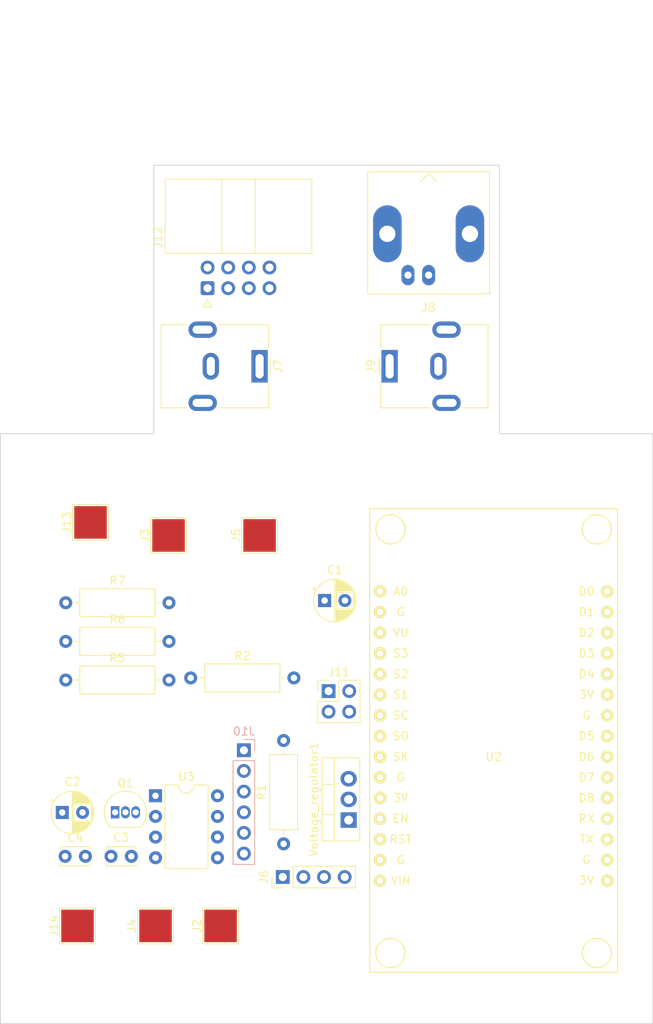
<source format=kicad_pcb>
(kicad_pcb (version 20171130) (host pcbnew "(5.1.7)-1")

  (general
    (thickness 1.6)
    (drawings 530)
    (tracks 0)
    (zones 0)
    (modules 26)
    (nets 23)
  )

  (page A4)
  (layers
    (0 F.Cu signal)
    (31 B.Cu signal)
    (32 B.Adhes user)
    (33 F.Adhes user)
    (34 B.Paste user)
    (35 F.Paste user)
    (36 B.SilkS user)
    (37 F.SilkS user)
    (38 B.Mask user)
    (39 F.Mask user)
    (40 Dwgs.User user)
    (41 Cmts.User user)
    (42 Eco1.User user)
    (43 Eco2.User user)
    (44 Edge.Cuts user)
    (45 Margin user)
    (46 B.CrtYd user)
    (47 F.CrtYd user)
    (48 B.Fab user)
    (49 F.Fab user)
  )

  (setup
    (last_trace_width 0.25)
    (trace_clearance 0.2)
    (zone_clearance 0.508)
    (zone_45_only no)
    (trace_min 0.2)
    (via_size 0.8)
    (via_drill 0.4)
    (via_min_size 0.4)
    (via_min_drill 0.3)
    (uvia_size 0.3)
    (uvia_drill 0.1)
    (uvias_allowed no)
    (uvia_min_size 0.2)
    (uvia_min_drill 0.1)
    (edge_width 0.05)
    (segment_width 0.2)
    (pcb_text_width 0.3)
    (pcb_text_size 1.5 1.5)
    (mod_edge_width 0.12)
    (mod_text_size 1 1)
    (mod_text_width 0.15)
    (pad_size 1.524 1.524)
    (pad_drill 0.762)
    (pad_to_mask_clearance 0)
    (aux_axis_origin 0 0)
    (visible_elements FFFFFF7F)
    (pcbplotparams
      (layerselection 0x010fc_ffffffff)
      (usegerberextensions false)
      (usegerberattributes true)
      (usegerberadvancedattributes true)
      (creategerberjobfile true)
      (excludeedgelayer true)
      (linewidth 0.100000)
      (plotframeref false)
      (viasonmask false)
      (mode 1)
      (useauxorigin false)
      (hpglpennumber 1)
      (hpglpenspeed 20)
      (hpglpendiameter 15.000000)
      (psnegative false)
      (psa4output false)
      (plotreference true)
      (plotvalue true)
      (plotinvisibletext false)
      (padsonsilk false)
      (subtractmaskfromsilk false)
      (outputformat 1)
      (mirror false)
      (drillshape 1)
      (scaleselection 1)
      (outputdirectory ""))
  )

  (net 0 "")
  (net 1 GND)
  (net 2 V+_12V)
  (net 3 REGULATED_5V+)
  (net 4 "Net-(C3-Pad2)")
  (net 5 OUT1)
  (net 6 "Net-(C4-Pad1)")
  (net 7 SDA)
  (net 8 SCL)
  (net 9 OUT2)
  (net 10 A0)
  (net 11 "Net-(J10-Pad3)")
  (net 12 LED6)
  (net 13 LED4)
  (net 14 LED2)
  (net 15 LED5)
  (net 16 LED3)
  (net 17 LED1)
  (net 18 "Net-(Q1-Pad2)")
  (net 19 "Net-(R1-Pad2)")
  (net 20 ESP8266_3V)
  (net 21 Transistor_Control)
  (net 22 555_out)

  (net_class Default "This is the default net class."
    (clearance 0.2)
    (trace_width 0.25)
    (via_dia 0.8)
    (via_drill 0.4)
    (uvia_dia 0.3)
    (uvia_drill 0.1)
    (add_net 555_out)
    (add_net A0)
    (add_net ESP8266_3V)
    (add_net GND)
    (add_net LED1)
    (add_net LED2)
    (add_net LED3)
    (add_net LED4)
    (add_net LED5)
    (add_net LED6)
    (add_net "Net-(C3-Pad2)")
    (add_net "Net-(C4-Pad1)")
    (add_net "Net-(J10-Pad3)")
    (add_net "Net-(J10-Pad5)")
    (add_net "Net-(J10-Pad6)")
    (add_net "Net-(J12-Pad8)")
    (add_net "Net-(Q1-Pad2)")
    (add_net "Net-(R1-Pad2)")
    (add_net "Net-(U2-Pad10)")
    (add_net "Net-(U2-Pad12)")
    (add_net "Net-(U2-Pad13)")
    (add_net "Net-(U2-Pad16)")
    (add_net "Net-(U2-Pad17)")
    (add_net "Net-(U2-Pad18)")
    (add_net "Net-(U2-Pad19)")
    (add_net "Net-(U2-Pad2)")
    (add_net "Net-(U2-Pad24)")
    (add_net "Net-(U2-Pad25)")
    (add_net "Net-(U2-Pad3)")
    (add_net "Net-(U2-Pad30)")
    (add_net "Net-(U2-Pad6)")
    (add_net "Net-(U2-Pad7)")
    (add_net "Net-(U2-Pad8)")
    (add_net "Net-(U2-Pad9)")
    (add_net OUT1)
    (add_net OUT2)
    (add_net REGULATED_5V+)
    (add_net SCL)
    (add_net SDA)
    (add_net Transistor_Control)
    (add_net V+_12V)
  )

  (module TestPoint:TestPoint_Pad_4.0x4.0mm (layer F.Cu) (tedit 5A0F774F) (tstamp 6269DBBA)
    (at -17.6 185.6 90)
    (descr "SMD rectangular pad as test Point, square 4.0mm side length")
    (tags "test point SMD pad rectangle square")
    (path /6265791E)
    (attr virtual)
    (fp_text reference J5 (at 0 -2.898 90) (layer F.SilkS)
      (effects (font (size 1 1) (thickness 0.15)))
    )
    (fp_text value "Test pad GND" (at 0 3.1 90) (layer F.Fab)
      (effects (font (size 1 1) (thickness 0.15)))
    )
    (fp_text user %R (at 0 -2.9 90) (layer F.Fab)
      (effects (font (size 1 1) (thickness 0.15)))
    )
    (fp_line (start -2.2 -2.2) (end 2.2 -2.2) (layer F.SilkS) (width 0.12))
    (fp_line (start 2.2 -2.2) (end 2.2 2.2) (layer F.SilkS) (width 0.12))
    (fp_line (start 2.2 2.2) (end -2.2 2.2) (layer F.SilkS) (width 0.12))
    (fp_line (start -2.2 2.2) (end -2.2 -2.2) (layer F.SilkS) (width 0.12))
    (fp_line (start -2.5 -2.5) (end 2.5 -2.5) (layer F.CrtYd) (width 0.05))
    (fp_line (start -2.5 -2.5) (end -2.5 2.5) (layer F.CrtYd) (width 0.05))
    (fp_line (start 2.5 2.5) (end 2.5 -2.5) (layer F.CrtYd) (width 0.05))
    (fp_line (start 2.5 2.5) (end -2.5 2.5) (layer F.CrtYd) (width 0.05))
    (pad 1 smd rect (at 0 0 90) (size 4 4) (layers F.Cu F.Mask)
      (net 1 GND))
  )

  (module TestPoint:TestPoint_Pad_4.0x4.0mm (layer F.Cu) (tedit 5A0F774F) (tstamp 6269F960)
    (at -40 233.6 90)
    (descr "SMD rectangular pad as test Point, square 4.0mm side length")
    (tags "test point SMD pad rectangle square")
    (path /626B34AE)
    (attr virtual)
    (fp_text reference J14 (at 0 -2.898 90) (layer F.SilkS)
      (effects (font (size 1 1) (thickness 0.15)))
    )
    (fp_text value "Solder lead 1" (at 0 3.1 90) (layer F.Fab)
      (effects (font (size 1 1) (thickness 0.15)))
    )
    (fp_text user %R (at 0 -2.9 90) (layer F.Fab)
      (effects (font (size 1 1) (thickness 0.15)))
    )
    (fp_line (start -2.2 -2.2) (end 2.2 -2.2) (layer F.SilkS) (width 0.12))
    (fp_line (start 2.2 -2.2) (end 2.2 2.2) (layer F.SilkS) (width 0.12))
    (fp_line (start 2.2 2.2) (end -2.2 2.2) (layer F.SilkS) (width 0.12))
    (fp_line (start -2.2 2.2) (end -2.2 -2.2) (layer F.SilkS) (width 0.12))
    (fp_line (start -2.5 -2.5) (end 2.5 -2.5) (layer F.CrtYd) (width 0.05))
    (fp_line (start -2.5 -2.5) (end -2.5 2.5) (layer F.CrtYd) (width 0.05))
    (fp_line (start 2.5 2.5) (end 2.5 -2.5) (layer F.CrtYd) (width 0.05))
    (fp_line (start 2.5 2.5) (end -2.5 2.5) (layer F.CrtYd) (width 0.05))
    (pad 1 smd rect (at 0 0 90) (size 4 4) (layers F.Cu F.Mask)
      (net 9 OUT2))
  )

  (module TestPoint:TestPoint_Pad_4.0x4.0mm (layer F.Cu) (tedit 5A0F774F) (tstamp 6269F952)
    (at -38.4 184 90)
    (descr "SMD rectangular pad as test Point, square 4.0mm side length")
    (tags "test point SMD pad rectangle square")
    (path /626B2C5C)
    (attr virtual)
    (fp_text reference J13 (at 0 -2.898 90) (layer F.SilkS)
      (effects (font (size 1 1) (thickness 0.15)))
    )
    (fp_text value "Solder lead 2" (at 0 3.1 90) (layer F.Fab)
      (effects (font (size 1 1) (thickness 0.15)))
    )
    (fp_text user %R (at 0 -2.9 90) (layer F.Fab)
      (effects (font (size 1 1) (thickness 0.15)))
    )
    (fp_line (start -2.2 -2.2) (end 2.2 -2.2) (layer F.SilkS) (width 0.12))
    (fp_line (start 2.2 -2.2) (end 2.2 2.2) (layer F.SilkS) (width 0.12))
    (fp_line (start 2.2 2.2) (end -2.2 2.2) (layer F.SilkS) (width 0.12))
    (fp_line (start -2.2 2.2) (end -2.2 -2.2) (layer F.SilkS) (width 0.12))
    (fp_line (start -2.5 -2.5) (end 2.5 -2.5) (layer F.CrtYd) (width 0.05))
    (fp_line (start -2.5 -2.5) (end -2.5 2.5) (layer F.CrtYd) (width 0.05))
    (fp_line (start 2.5 2.5) (end 2.5 -2.5) (layer F.CrtYd) (width 0.05))
    (fp_line (start 2.5 2.5) (end -2.5 2.5) (layer F.CrtYd) (width 0.05))
    (pad 1 smd rect (at 0 0 90) (size 4 4) (layers F.Cu F.Mask)
      (net 5 OUT1))
  )

  (module Package_TO_SOT_THT:TO-220-3_Vertical (layer F.Cu) (tedit 5AC8BA0D) (tstamp 6269DDF4)
    (at -6.64 220.59 90)
    (descr "TO-220-3, Vertical, RM 2.54mm, see https://www.vishay.com/docs/66542/to-220-1.pdf")
    (tags "TO-220-3 Vertical RM 2.54mm")
    (path /62645390)
    (fp_text reference Voltage_regulator1 (at 2.54 -4.27 90) (layer F.SilkS)
      (effects (font (size 1 1) (thickness 0.15)))
    )
    (fp_text value LM317_TO-220 (at 2.54 2.5 90) (layer F.Fab)
      (effects (font (size 1 1) (thickness 0.15)))
    )
    (fp_text user %R (at 2.54 -4.27 90) (layer F.Fab)
      (effects (font (size 1 1) (thickness 0.15)))
    )
    (fp_line (start -2.46 -3.15) (end -2.46 1.25) (layer F.Fab) (width 0.1))
    (fp_line (start -2.46 1.25) (end 7.54 1.25) (layer F.Fab) (width 0.1))
    (fp_line (start 7.54 1.25) (end 7.54 -3.15) (layer F.Fab) (width 0.1))
    (fp_line (start 7.54 -3.15) (end -2.46 -3.15) (layer F.Fab) (width 0.1))
    (fp_line (start -2.46 -1.88) (end 7.54 -1.88) (layer F.Fab) (width 0.1))
    (fp_line (start 0.69 -3.15) (end 0.69 -1.88) (layer F.Fab) (width 0.1))
    (fp_line (start 4.39 -3.15) (end 4.39 -1.88) (layer F.Fab) (width 0.1))
    (fp_line (start -2.58 -3.27) (end 7.66 -3.27) (layer F.SilkS) (width 0.12))
    (fp_line (start -2.58 1.371) (end 7.66 1.371) (layer F.SilkS) (width 0.12))
    (fp_line (start -2.58 -3.27) (end -2.58 1.371) (layer F.SilkS) (width 0.12))
    (fp_line (start 7.66 -3.27) (end 7.66 1.371) (layer F.SilkS) (width 0.12))
    (fp_line (start -2.58 -1.76) (end 7.66 -1.76) (layer F.SilkS) (width 0.12))
    (fp_line (start 0.69 -3.27) (end 0.69 -1.76) (layer F.SilkS) (width 0.12))
    (fp_line (start 4.391 -3.27) (end 4.391 -1.76) (layer F.SilkS) (width 0.12))
    (fp_line (start -2.71 -3.4) (end -2.71 1.51) (layer F.CrtYd) (width 0.05))
    (fp_line (start -2.71 1.51) (end 7.79 1.51) (layer F.CrtYd) (width 0.05))
    (fp_line (start 7.79 1.51) (end 7.79 -3.4) (layer F.CrtYd) (width 0.05))
    (fp_line (start 7.79 -3.4) (end -2.71 -3.4) (layer F.CrtYd) (width 0.05))
    (pad 3 thru_hole oval (at 5.08 0 90) (size 1.905 2) (drill 1.1) (layers *.Cu *.Mask)
      (net 2 V+_12V))
    (pad 2 thru_hole oval (at 2.54 0 90) (size 1.905 2) (drill 1.1) (layers *.Cu *.Mask)
      (net 3 REGULATED_5V+))
    (pad 1 thru_hole rect (at 0 0 90) (size 1.905 2) (drill 1.1) (layers *.Cu *.Mask)
      (net 19 "Net-(R1-Pad2)"))
    (model ${KISYS3DMOD}/Package_TO_SOT_THT.3dshapes/TO-220-3_Vertical.wrl
      (at (xyz 0 0 0))
      (scale (xyz 1 1 1))
      (rotate (xyz 0 0 0))
    )
  )

  (module Package_DIP:DIP-8_W7.62mm (layer F.Cu) (tedit 5A02E8C5) (tstamp 6269DDDA)
    (at -30.4 217.6)
    (descr "8-lead though-hole mounted DIP package, row spacing 7.62 mm (300 mils)")
    (tags "THT DIP DIL PDIP 2.54mm 7.62mm 300mil")
    (path /62641A0C)
    (fp_text reference U3 (at 3.81 -2.33) (layer F.SilkS)
      (effects (font (size 1 1) (thickness 0.15)))
    )
    (fp_text value NE555P (at 3.81 9.95) (layer F.Fab)
      (effects (font (size 1 1) (thickness 0.15)))
    )
    (fp_text user %R (at 3.81 3.81) (layer F.Fab)
      (effects (font (size 1 1) (thickness 0.15)))
    )
    (fp_arc (start 3.81 -1.33) (end 2.81 -1.33) (angle -180) (layer F.SilkS) (width 0.12))
    (fp_line (start 1.635 -1.27) (end 6.985 -1.27) (layer F.Fab) (width 0.1))
    (fp_line (start 6.985 -1.27) (end 6.985 8.89) (layer F.Fab) (width 0.1))
    (fp_line (start 6.985 8.89) (end 0.635 8.89) (layer F.Fab) (width 0.1))
    (fp_line (start 0.635 8.89) (end 0.635 -0.27) (layer F.Fab) (width 0.1))
    (fp_line (start 0.635 -0.27) (end 1.635 -1.27) (layer F.Fab) (width 0.1))
    (fp_line (start 2.81 -1.33) (end 1.16 -1.33) (layer F.SilkS) (width 0.12))
    (fp_line (start 1.16 -1.33) (end 1.16 8.95) (layer F.SilkS) (width 0.12))
    (fp_line (start 1.16 8.95) (end 6.46 8.95) (layer F.SilkS) (width 0.12))
    (fp_line (start 6.46 8.95) (end 6.46 -1.33) (layer F.SilkS) (width 0.12))
    (fp_line (start 6.46 -1.33) (end 4.81 -1.33) (layer F.SilkS) (width 0.12))
    (fp_line (start -1.1 -1.55) (end -1.1 9.15) (layer F.CrtYd) (width 0.05))
    (fp_line (start -1.1 9.15) (end 8.7 9.15) (layer F.CrtYd) (width 0.05))
    (fp_line (start 8.7 9.15) (end 8.7 -1.55) (layer F.CrtYd) (width 0.05))
    (fp_line (start 8.7 -1.55) (end -1.1 -1.55) (layer F.CrtYd) (width 0.05))
    (pad 8 thru_hole oval (at 7.62 0) (size 1.6 1.6) (drill 0.8) (layers *.Cu *.Mask)
      (net 20 ESP8266_3V))
    (pad 4 thru_hole oval (at 0 7.62) (size 1.6 1.6) (drill 0.8) (layers *.Cu *.Mask)
      (net 20 ESP8266_3V))
    (pad 7 thru_hole oval (at 7.62 2.54) (size 1.6 1.6) (drill 0.8) (layers *.Cu *.Mask)
      (net 9 OUT2))
    (pad 3 thru_hole oval (at 0 5.08) (size 1.6 1.6) (drill 0.8) (layers *.Cu *.Mask)
      (net 22 555_out))
    (pad 6 thru_hole oval (at 7.62 5.08) (size 1.6 1.6) (drill 0.8) (layers *.Cu *.Mask)
      (net 5 OUT1))
    (pad 2 thru_hole oval (at 0 2.54) (size 1.6 1.6) (drill 0.8) (layers *.Cu *.Mask)
      (net 5 OUT1))
    (pad 5 thru_hole oval (at 7.62 7.62) (size 1.6 1.6) (drill 0.8) (layers *.Cu *.Mask)
      (net 6 "Net-(C4-Pad1)"))
    (pad 1 thru_hole rect (at 0 0) (size 1.6 1.6) (drill 0.8) (layers *.Cu *.Mask)
      (net 1 GND))
    (model ${KISYS3DMOD}/Package_DIP.3dshapes/DIP-8_W7.62mm.wrl
      (at (xyz 0 0 0))
      (scale (xyz 1 1 1))
      (rotate (xyz 0 0 0))
    )
  )

  (module ESP8266:NodeMCU-LoLinV3 (layer F.Cu) (tedit 5AF0808C) (tstamp 6269DDBE)
    (at 11.2 212.8)
    (path /62643FD1)
    (fp_text reference U2 (at 0 0) (layer F.SilkS)
      (effects (font (size 1 1) (thickness 0.15)))
    )
    (fp_text value Custom_LOLIN_V3 (at 0 -29.21) (layer F.Fab)
      (effects (font (size 1 1) (thickness 0.15)))
    )
    (fp_text user D0 (at 11.43 -20.32) (layer F.SilkS)
      (effects (font (size 1 1) (thickness 0.15)))
    )
    (fp_text user D1 (at 11.43 -17.78) (layer F.SilkS)
      (effects (font (size 1 1) (thickness 0.15)))
    )
    (fp_text user D2 (at 11.43 -15.24) (layer F.SilkS)
      (effects (font (size 1 1) (thickness 0.15)))
    )
    (fp_text user D3 (at 11.43 -12.7) (layer F.SilkS)
      (effects (font (size 1 1) (thickness 0.15)))
    )
    (fp_text user D4 (at 11.43 -10.16) (layer F.SilkS)
      (effects (font (size 1 1) (thickness 0.15)))
    )
    (fp_text user 3V (at 11.43 -7.62) (layer F.SilkS)
      (effects (font (size 1 1) (thickness 0.15)))
    )
    (fp_text user G (at 11.43 -5.08) (layer F.SilkS)
      (effects (font (size 1 1) (thickness 0.15)))
    )
    (fp_text user D5 (at 11.43 -2.54) (layer F.SilkS)
      (effects (font (size 1 1) (thickness 0.15)))
    )
    (fp_text user D6 (at 11.43 0) (layer F.SilkS)
      (effects (font (size 1 1) (thickness 0.15)))
    )
    (fp_text user D7 (at 11.43 2.54) (layer F.SilkS)
      (effects (font (size 1 1) (thickness 0.15)))
    )
    (fp_text user D8 (at 11.43 5.08) (layer F.SilkS)
      (effects (font (size 1 1) (thickness 0.15)))
    )
    (fp_text user RX (at 11.43 7.62) (layer F.SilkS)
      (effects (font (size 1 1) (thickness 0.15)))
    )
    (fp_text user TX (at 11.43 10.16) (layer F.SilkS)
      (effects (font (size 1 1) (thickness 0.15)))
    )
    (fp_text user G (at 11.43 12.7) (layer F.SilkS)
      (effects (font (size 1 1) (thickness 0.15)))
    )
    (fp_text user 3V (at 11.43 15.24) (layer F.SilkS)
      (effects (font (size 1 1) (thickness 0.15)))
    )
    (fp_text user A0 (at -11.43 -20.32) (layer F.SilkS)
      (effects (font (size 1 1) (thickness 0.15)))
    )
    (fp_text user G (at -11.43 -17.78) (layer F.SilkS)
      (effects (font (size 1 1) (thickness 0.15)))
    )
    (fp_text user VU (at -11.43 -15.24) (layer F.SilkS)
      (effects (font (size 1 1) (thickness 0.15)))
    )
    (fp_text user S3 (at -11.43 -12.7) (layer F.SilkS)
      (effects (font (size 1 1) (thickness 0.15)))
    )
    (fp_text user S2 (at -11.43 -10.16) (layer F.SilkS)
      (effects (font (size 1 1) (thickness 0.15)))
    )
    (fp_text user S1 (at -11.43 -7.62) (layer F.SilkS)
      (effects (font (size 1 1) (thickness 0.15)))
    )
    (fp_text user SC (at -11.43 -5.08) (layer F.SilkS)
      (effects (font (size 1 1) (thickness 0.15)))
    )
    (fp_text user SO (at -11.43 -2.54) (layer F.SilkS)
      (effects (font (size 1 1) (thickness 0.15)))
    )
    (fp_text user SK (at -11.43 0) (layer F.SilkS)
      (effects (font (size 1 1) (thickness 0.15)))
    )
    (fp_text user G (at -11.43 2.54) (layer F.SilkS)
      (effects (font (size 1 1) (thickness 0.15)))
    )
    (fp_text user 3V (at -11.43 5.08) (layer F.SilkS)
      (effects (font (size 1 1) (thickness 0.15)))
    )
    (fp_text user EN (at -11.43 7.62) (layer F.SilkS)
      (effects (font (size 1 1) (thickness 0.15)))
    )
    (fp_text user RST (at -11.43 10.16) (layer F.SilkS)
      (effects (font (size 1 1) (thickness 0.15)))
    )
    (fp_text user G (at -11.43 12.7) (layer F.SilkS)
      (effects (font (size 1 1) (thickness 0.15)))
    )
    (fp_text user VIN (at -11.43 15.24) (layer F.SilkS)
      (effects (font (size 1 1) (thickness 0.15)))
    )
    (fp_circle (center 12.7 24.13) (end 13.97 22.86) (layer F.SilkS) (width 0.15))
    (fp_circle (center -12.7 24.13) (end -11.43 22.86) (layer F.SilkS) (width 0.15))
    (fp_circle (center -12.7 -27.94) (end -11.43 -29.21) (layer F.SilkS) (width 0.15))
    (fp_circle (center 12.7 -27.94) (end 13.97 -29.21) (layer F.SilkS) (width 0.15))
    (fp_line (start 15.25 -30.5) (end -14.75 -30.5) (layer F.SilkS) (width 0.15))
    (fp_line (start -14.75 -30.5) (end -15.25 -30.5) (layer F.SilkS) (width 0.15))
    (fp_line (start -15.25 -30.5) (end -15.25 26.5) (layer F.SilkS) (width 0.15))
    (fp_line (start -15.25 26.5) (end 15.25 26.5) (layer F.SilkS) (width 0.15))
    (fp_line (start 15.25 26.5) (end 15.25 -30.5) (layer F.SilkS) (width 0.15))
    (pad 30 thru_hole circle (at 13.97 -20.32) (size 1.524 1.524) (drill 0.762) (layers *.Cu *.Mask F.SilkS))
    (pad 29 thru_hole circle (at 13.97 -17.78) (size 1.524 1.524) (drill 0.762) (layers *.Cu *.Mask F.SilkS)
      (net 8 SCL))
    (pad 28 thru_hole circle (at 13.97 -15.24) (size 1.524 1.524) (drill 0.762) (layers *.Cu *.Mask F.SilkS)
      (net 7 SDA))
    (pad 27 thru_hole circle (at 13.97 -12.7) (size 1.524 1.524) (drill 0.762) (layers *.Cu *.Mask F.SilkS)
      (net 21 Transistor_Control))
    (pad 26 thru_hole circle (at 13.97 -10.16) (size 1.524 1.524) (drill 0.762) (layers *.Cu *.Mask F.SilkS)
      (net 17 LED1))
    (pad 25 thru_hole circle (at 13.97 -7.62) (size 1.524 1.524) (drill 0.762) (layers *.Cu *.Mask F.SilkS))
    (pad 24 thru_hole circle (at 13.97 -5.08) (size 1.524 1.524) (drill 0.762) (layers *.Cu *.Mask F.SilkS))
    (pad 23 thru_hole circle (at 13.97 -2.54) (size 1.524 1.524) (drill 0.762) (layers *.Cu *.Mask F.SilkS)
      (net 14 LED2))
    (pad 22 thru_hole circle (at 13.97 0) (size 1.524 1.524) (drill 0.762) (layers *.Cu *.Mask F.SilkS)
      (net 16 LED3))
    (pad 21 thru_hole circle (at 13.97 2.54) (size 1.524 1.524) (drill 0.762) (layers *.Cu *.Mask F.SilkS)
      (net 22 555_out))
    (pad 20 thru_hole circle (at 13.97 5.08) (size 1.524 1.524) (drill 0.762) (layers *.Cu *.Mask F.SilkS)
      (net 13 LED4))
    (pad 19 thru_hole circle (at 13.97 7.62) (size 1.524 1.524) (drill 0.762) (layers *.Cu *.Mask F.SilkS))
    (pad 18 thru_hole circle (at 13.97 10.16) (size 1.524 1.524) (drill 0.762) (layers *.Cu *.Mask F.SilkS))
    (pad 17 thru_hole circle (at 13.97 12.7) (size 1.524 1.524) (drill 0.762) (layers *.Cu *.Mask F.SilkS))
    (pad 16 thru_hole circle (at 13.97 15.24) (size 1.524 1.524) (drill 0.762) (layers *.Cu *.Mask F.SilkS))
    (pad 15 thru_hole circle (at -13.97 15.24) (size 1.524 1.524) (drill 0.762) (layers *.Cu *.Mask F.SilkS)
      (net 3 REGULATED_5V+))
    (pad 14 thru_hole circle (at -13.97 12.7) (size 1.524 1.524) (drill 0.762) (layers *.Cu *.Mask F.SilkS)
      (net 1 GND))
    (pad 13 thru_hole circle (at -13.97 10.16) (size 1.524 1.524) (drill 0.762) (layers *.Cu *.Mask F.SilkS))
    (pad 12 thru_hole circle (at -13.97 7.62) (size 1.524 1.524) (drill 0.762) (layers *.Cu *.Mask F.SilkS))
    (pad 11 thru_hole circle (at -13.97 5.08) (size 1.524 1.524) (drill 0.762) (layers *.Cu *.Mask F.SilkS)
      (net 20 ESP8266_3V))
    (pad 10 thru_hole circle (at -13.97 2.54) (size 1.524 1.524) (drill 0.762) (layers *.Cu *.Mask F.SilkS))
    (pad 9 thru_hole circle (at -13.97 0) (size 1.524 1.524) (drill 0.762) (layers *.Cu *.Mask F.SilkS))
    (pad 8 thru_hole circle (at -13.97 -2.54) (size 1.524 1.524) (drill 0.762) (layers *.Cu *.Mask F.SilkS))
    (pad 7 thru_hole circle (at -13.97 -5.08) (size 1.524 1.524) (drill 0.762) (layers *.Cu *.Mask F.SilkS))
    (pad 6 thru_hole circle (at -13.97 -7.62) (size 1.524 1.524) (drill 0.762) (layers *.Cu *.Mask F.SilkS))
    (pad 5 thru_hole circle (at -13.97 -10.16) (size 1.524 1.524) (drill 0.762) (layers *.Cu *.Mask F.SilkS)
      (net 12 LED6))
    (pad 4 thru_hole circle (at -13.97 -12.7) (size 1.524 1.524) (drill 0.762) (layers *.Cu *.Mask F.SilkS)
      (net 15 LED5))
    (pad 3 thru_hole circle (at -13.97 -15.24) (size 1.524 1.524) (drill 0.762) (layers *.Cu *.Mask F.SilkS))
    (pad 2 thru_hole circle (at -13.97 -17.78) (size 1.524 1.524) (drill 0.762) (layers *.Cu *.Mask F.SilkS))
    (pad 1 thru_hole circle (at -13.97 -20.32) (size 1.524 1.524) (drill 0.762) (layers *.Cu *.Mask F.SilkS)
      (net 10 A0))
  )

  (module Resistor_THT:R_Axial_DIN0309_L9.0mm_D3.2mm_P12.70mm_Horizontal (layer F.Cu) (tedit 5AE5139B) (tstamp 6269DD45)
    (at -41.444999 193.875001)
    (descr "Resistor, Axial_DIN0309 series, Axial, Horizontal, pin pitch=12.7mm, 0.5W = 1/2W, length*diameter=9*3.2mm^2, http://cdn-reichelt.de/documents/datenblatt/B400/1_4W%23YAG.pdf")
    (tags "Resistor Axial_DIN0309 series Axial Horizontal pin pitch 12.7mm 0.5W = 1/2W length 9mm diameter 3.2mm")
    (path /626A1797)
    (fp_text reference R7 (at 6.35 -2.72) (layer F.SilkS)
      (effects (font (size 1 1) (thickness 0.15)))
    )
    (fp_text value 1.0K (at 6.35 2.72) (layer F.Fab)
      (effects (font (size 1 1) (thickness 0.15)))
    )
    (fp_text user %R (at 6.35 0) (layer F.Fab)
      (effects (font (size 1 1) (thickness 0.15)))
    )
    (fp_line (start 1.85 -1.6) (end 1.85 1.6) (layer F.Fab) (width 0.1))
    (fp_line (start 1.85 1.6) (end 10.85 1.6) (layer F.Fab) (width 0.1))
    (fp_line (start 10.85 1.6) (end 10.85 -1.6) (layer F.Fab) (width 0.1))
    (fp_line (start 10.85 -1.6) (end 1.85 -1.6) (layer F.Fab) (width 0.1))
    (fp_line (start 0 0) (end 1.85 0) (layer F.Fab) (width 0.1))
    (fp_line (start 12.7 0) (end 10.85 0) (layer F.Fab) (width 0.1))
    (fp_line (start 1.73 -1.72) (end 1.73 1.72) (layer F.SilkS) (width 0.12))
    (fp_line (start 1.73 1.72) (end 10.97 1.72) (layer F.SilkS) (width 0.12))
    (fp_line (start 10.97 1.72) (end 10.97 -1.72) (layer F.SilkS) (width 0.12))
    (fp_line (start 10.97 -1.72) (end 1.73 -1.72) (layer F.SilkS) (width 0.12))
    (fp_line (start 1.04 0) (end 1.73 0) (layer F.SilkS) (width 0.12))
    (fp_line (start 11.66 0) (end 10.97 0) (layer F.SilkS) (width 0.12))
    (fp_line (start -1.05 -1.85) (end -1.05 1.85) (layer F.CrtYd) (width 0.05))
    (fp_line (start -1.05 1.85) (end 13.75 1.85) (layer F.CrtYd) (width 0.05))
    (fp_line (start 13.75 1.85) (end 13.75 -1.85) (layer F.CrtYd) (width 0.05))
    (fp_line (start 13.75 -1.85) (end -1.05 -1.85) (layer F.CrtYd) (width 0.05))
    (pad 2 thru_hole oval (at 12.7 0) (size 1.6 1.6) (drill 0.8) (layers *.Cu *.Mask)
      (net 21 Transistor_Control))
    (pad 1 thru_hole circle (at 0 0) (size 1.6 1.6) (drill 0.8) (layers *.Cu *.Mask)
      (net 18 "Net-(Q1-Pad2)"))
    (model ${KISYS3DMOD}/Resistor_THT.3dshapes/R_Axial_DIN0309_L9.0mm_D3.2mm_P12.70mm_Horizontal.wrl
      (at (xyz 0 0 0))
      (scale (xyz 1 1 1))
      (rotate (xyz 0 0 0))
    )
  )

  (module Resistor_THT:R_Axial_DIN0309_L9.0mm_D3.2mm_P12.70mm_Horizontal (layer F.Cu) (tedit 5AE5139B) (tstamp 6269DD2E)
    (at -41.444999 198.625001)
    (descr "Resistor, Axial_DIN0309 series, Axial, Horizontal, pin pitch=12.7mm, 0.5W = 1/2W, length*diameter=9*3.2mm^2, http://cdn-reichelt.de/documents/datenblatt/B400/1_4W%23YAG.pdf")
    (tags "Resistor Axial_DIN0309 series Axial Horizontal pin pitch 12.7mm 0.5W = 1/2W length 9mm diameter 3.2mm")
    (path /6268070A)
    (fp_text reference R6 (at 6.35 -2.72) (layer F.SilkS)
      (effects (font (size 1 1) (thickness 0.15)))
    )
    (fp_text value "1M ohm" (at 6.35 2.72) (layer F.Fab)
      (effects (font (size 1 1) (thickness 0.15)))
    )
    (fp_text user %R (at 6.35 0) (layer F.Fab)
      (effects (font (size 1 1) (thickness 0.15)))
    )
    (fp_line (start 1.85 -1.6) (end 1.85 1.6) (layer F.Fab) (width 0.1))
    (fp_line (start 1.85 1.6) (end 10.85 1.6) (layer F.Fab) (width 0.1))
    (fp_line (start 10.85 1.6) (end 10.85 -1.6) (layer F.Fab) (width 0.1))
    (fp_line (start 10.85 -1.6) (end 1.85 -1.6) (layer F.Fab) (width 0.1))
    (fp_line (start 0 0) (end 1.85 0) (layer F.Fab) (width 0.1))
    (fp_line (start 12.7 0) (end 10.85 0) (layer F.Fab) (width 0.1))
    (fp_line (start 1.73 -1.72) (end 1.73 1.72) (layer F.SilkS) (width 0.12))
    (fp_line (start 1.73 1.72) (end 10.97 1.72) (layer F.SilkS) (width 0.12))
    (fp_line (start 10.97 1.72) (end 10.97 -1.72) (layer F.SilkS) (width 0.12))
    (fp_line (start 10.97 -1.72) (end 1.73 -1.72) (layer F.SilkS) (width 0.12))
    (fp_line (start 1.04 0) (end 1.73 0) (layer F.SilkS) (width 0.12))
    (fp_line (start 11.66 0) (end 10.97 0) (layer F.SilkS) (width 0.12))
    (fp_line (start -1.05 -1.85) (end -1.05 1.85) (layer F.CrtYd) (width 0.05))
    (fp_line (start -1.05 1.85) (end 13.75 1.85) (layer F.CrtYd) (width 0.05))
    (fp_line (start 13.75 1.85) (end 13.75 -1.85) (layer F.CrtYd) (width 0.05))
    (fp_line (start 13.75 -1.85) (end -1.05 -1.85) (layer F.CrtYd) (width 0.05))
    (pad 2 thru_hole oval (at 12.7 0) (size 1.6 1.6) (drill 0.8) (layers *.Cu *.Mask)
      (net 10 A0))
    (pad 1 thru_hole circle (at 0 0) (size 1.6 1.6) (drill 0.8) (layers *.Cu *.Mask)
      (net 11 "Net-(J10-Pad3)"))
    (model ${KISYS3DMOD}/Resistor_THT.3dshapes/R_Axial_DIN0309_L9.0mm_D3.2mm_P12.70mm_Horizontal.wrl
      (at (xyz 0 0 0))
      (scale (xyz 1 1 1))
      (rotate (xyz 0 0 0))
    )
  )

  (module Resistor_THT:R_Axial_DIN0309_L9.0mm_D3.2mm_P12.70mm_Horizontal (layer F.Cu) (tedit 5AE5139B) (tstamp 6269DD17)
    (at -41.444999 203.375001)
    (descr "Resistor, Axial_DIN0309 series, Axial, Horizontal, pin pitch=12.7mm, 0.5W = 1/2W, length*diameter=9*3.2mm^2, http://cdn-reichelt.de/documents/datenblatt/B400/1_4W%23YAG.pdf")
    (tags "Resistor Axial_DIN0309 series Axial Horizontal pin pitch 12.7mm 0.5W = 1/2W length 9mm diameter 3.2mm")
    (path /6266ED0E)
    (fp_text reference R5 (at 6.35 -2.72) (layer F.SilkS)
      (effects (font (size 1 1) (thickness 0.15)))
    )
    (fp_text value "Resistor Divider" (at 6.35 2.72) (layer F.Fab)
      (effects (font (size 1 1) (thickness 0.15)))
    )
    (fp_text user %R (at 6.35 0) (layer F.Fab)
      (effects (font (size 1 1) (thickness 0.15)))
    )
    (fp_line (start 1.85 -1.6) (end 1.85 1.6) (layer F.Fab) (width 0.1))
    (fp_line (start 1.85 1.6) (end 10.85 1.6) (layer F.Fab) (width 0.1))
    (fp_line (start 10.85 1.6) (end 10.85 -1.6) (layer F.Fab) (width 0.1))
    (fp_line (start 10.85 -1.6) (end 1.85 -1.6) (layer F.Fab) (width 0.1))
    (fp_line (start 0 0) (end 1.85 0) (layer F.Fab) (width 0.1))
    (fp_line (start 12.7 0) (end 10.85 0) (layer F.Fab) (width 0.1))
    (fp_line (start 1.73 -1.72) (end 1.73 1.72) (layer F.SilkS) (width 0.12))
    (fp_line (start 1.73 1.72) (end 10.97 1.72) (layer F.SilkS) (width 0.12))
    (fp_line (start 10.97 1.72) (end 10.97 -1.72) (layer F.SilkS) (width 0.12))
    (fp_line (start 10.97 -1.72) (end 1.73 -1.72) (layer F.SilkS) (width 0.12))
    (fp_line (start 1.04 0) (end 1.73 0) (layer F.SilkS) (width 0.12))
    (fp_line (start 11.66 0) (end 10.97 0) (layer F.SilkS) (width 0.12))
    (fp_line (start -1.05 -1.85) (end -1.05 1.85) (layer F.CrtYd) (width 0.05))
    (fp_line (start -1.05 1.85) (end 13.75 1.85) (layer F.CrtYd) (width 0.05))
    (fp_line (start 13.75 1.85) (end 13.75 -1.85) (layer F.CrtYd) (width 0.05))
    (fp_line (start 13.75 -1.85) (end -1.05 -1.85) (layer F.CrtYd) (width 0.05))
    (pad 2 thru_hole oval (at 12.7 0) (size 1.6 1.6) (drill 0.8) (layers *.Cu *.Mask)
      (net 9 OUT2))
    (pad 1 thru_hole circle (at 0 0) (size 1.6 1.6) (drill 0.8) (layers *.Cu *.Mask)
      (net 20 ESP8266_3V))
    (model ${KISYS3DMOD}/Resistor_THT.3dshapes/R_Axial_DIN0309_L9.0mm_D3.2mm_P12.70mm_Horizontal.wrl
      (at (xyz 0 0 0))
      (scale (xyz 1 1 1))
      (rotate (xyz 0 0 0))
    )
  )

  (module Resistor_THT:R_Axial_DIN0309_L9.0mm_D3.2mm_P12.70mm_Horizontal (layer F.Cu) (tedit 5AE5139B) (tstamp 6269DCD2)
    (at -26.074999 203.115001)
    (descr "Resistor, Axial_DIN0309 series, Axial, Horizontal, pin pitch=12.7mm, 0.5W = 1/2W, length*diameter=9*3.2mm^2, http://cdn-reichelt.de/documents/datenblatt/B400/1_4W%23YAG.pdf")
    (tags "Resistor Axial_DIN0309 series Axial Horizontal pin pitch 12.7mm 0.5W = 1/2W length 9mm diameter 3.2mm")
    (path /62649FC7)
    (fp_text reference R2 (at 6.35 -2.72) (layer F.SilkS)
      (effects (font (size 1 1) (thickness 0.15)))
    )
    (fp_text value 1.5K (at 6.35 2.72) (layer F.Fab)
      (effects (font (size 1 1) (thickness 0.15)))
    )
    (fp_text user %R (at 6.35 0) (layer F.Fab)
      (effects (font (size 1 1) (thickness 0.15)))
    )
    (fp_line (start 1.85 -1.6) (end 1.85 1.6) (layer F.Fab) (width 0.1))
    (fp_line (start 1.85 1.6) (end 10.85 1.6) (layer F.Fab) (width 0.1))
    (fp_line (start 10.85 1.6) (end 10.85 -1.6) (layer F.Fab) (width 0.1))
    (fp_line (start 10.85 -1.6) (end 1.85 -1.6) (layer F.Fab) (width 0.1))
    (fp_line (start 0 0) (end 1.85 0) (layer F.Fab) (width 0.1))
    (fp_line (start 12.7 0) (end 10.85 0) (layer F.Fab) (width 0.1))
    (fp_line (start 1.73 -1.72) (end 1.73 1.72) (layer F.SilkS) (width 0.12))
    (fp_line (start 1.73 1.72) (end 10.97 1.72) (layer F.SilkS) (width 0.12))
    (fp_line (start 10.97 1.72) (end 10.97 -1.72) (layer F.SilkS) (width 0.12))
    (fp_line (start 10.97 -1.72) (end 1.73 -1.72) (layer F.SilkS) (width 0.12))
    (fp_line (start 1.04 0) (end 1.73 0) (layer F.SilkS) (width 0.12))
    (fp_line (start 11.66 0) (end 10.97 0) (layer F.SilkS) (width 0.12))
    (fp_line (start -1.05 -1.85) (end -1.05 1.85) (layer F.CrtYd) (width 0.05))
    (fp_line (start -1.05 1.85) (end 13.75 1.85) (layer F.CrtYd) (width 0.05))
    (fp_line (start 13.75 1.85) (end 13.75 -1.85) (layer F.CrtYd) (width 0.05))
    (fp_line (start 13.75 -1.85) (end -1.05 -1.85) (layer F.CrtYd) (width 0.05))
    (pad 2 thru_hole oval (at 12.7 0) (size 1.6 1.6) (drill 0.8) (layers *.Cu *.Mask)
      (net 1 GND))
    (pad 1 thru_hole circle (at 0 0) (size 1.6 1.6) (drill 0.8) (layers *.Cu *.Mask)
      (net 19 "Net-(R1-Pad2)"))
    (model ${KISYS3DMOD}/Resistor_THT.3dshapes/R_Axial_DIN0309_L9.0mm_D3.2mm_P12.70mm_Horizontal.wrl
      (at (xyz 0 0 0))
      (scale (xyz 1 1 1))
      (rotate (xyz 0 0 0))
    )
  )

  (module Resistor_THT:R_Axial_DIN0309_L9.0mm_D3.2mm_P12.70mm_Horizontal (layer F.Cu) (tedit 5AE5139B) (tstamp 6269DCBB)
    (at -14.64 223.51 90)
    (descr "Resistor, Axial_DIN0309 series, Axial, Horizontal, pin pitch=12.7mm, 0.5W = 1/2W, length*diameter=9*3.2mm^2, http://cdn-reichelt.de/documents/datenblatt/B400/1_4W%23YAG.pdf")
    (tags "Resistor Axial_DIN0309 series Axial Horizontal pin pitch 12.7mm 0.5W = 1/2W length 9mm diameter 3.2mm")
    (path /6264A3E6)
    (fp_text reference R1 (at 6.35 -2.72 90) (layer F.SilkS)
      (effects (font (size 1 1) (thickness 0.15)))
    )
    (fp_text value 510 (at 6.35 2.72 90) (layer F.Fab)
      (effects (font (size 1 1) (thickness 0.15)))
    )
    (fp_text user %R (at 6.35 0 90) (layer F.Fab)
      (effects (font (size 1 1) (thickness 0.15)))
    )
    (fp_line (start 1.85 -1.6) (end 1.85 1.6) (layer F.Fab) (width 0.1))
    (fp_line (start 1.85 1.6) (end 10.85 1.6) (layer F.Fab) (width 0.1))
    (fp_line (start 10.85 1.6) (end 10.85 -1.6) (layer F.Fab) (width 0.1))
    (fp_line (start 10.85 -1.6) (end 1.85 -1.6) (layer F.Fab) (width 0.1))
    (fp_line (start 0 0) (end 1.85 0) (layer F.Fab) (width 0.1))
    (fp_line (start 12.7 0) (end 10.85 0) (layer F.Fab) (width 0.1))
    (fp_line (start 1.73 -1.72) (end 1.73 1.72) (layer F.SilkS) (width 0.12))
    (fp_line (start 1.73 1.72) (end 10.97 1.72) (layer F.SilkS) (width 0.12))
    (fp_line (start 10.97 1.72) (end 10.97 -1.72) (layer F.SilkS) (width 0.12))
    (fp_line (start 10.97 -1.72) (end 1.73 -1.72) (layer F.SilkS) (width 0.12))
    (fp_line (start 1.04 0) (end 1.73 0) (layer F.SilkS) (width 0.12))
    (fp_line (start 11.66 0) (end 10.97 0) (layer F.SilkS) (width 0.12))
    (fp_line (start -1.05 -1.85) (end -1.05 1.85) (layer F.CrtYd) (width 0.05))
    (fp_line (start -1.05 1.85) (end 13.75 1.85) (layer F.CrtYd) (width 0.05))
    (fp_line (start 13.75 1.85) (end 13.75 -1.85) (layer F.CrtYd) (width 0.05))
    (fp_line (start 13.75 -1.85) (end -1.05 -1.85) (layer F.CrtYd) (width 0.05))
    (pad 2 thru_hole oval (at 12.7 0 90) (size 1.6 1.6) (drill 0.8) (layers *.Cu *.Mask)
      (net 19 "Net-(R1-Pad2)"))
    (pad 1 thru_hole circle (at 0 0 90) (size 1.6 1.6) (drill 0.8) (layers *.Cu *.Mask)
      (net 3 REGULATED_5V+))
    (model ${KISYS3DMOD}/Resistor_THT.3dshapes/R_Axial_DIN0309_L9.0mm_D3.2mm_P12.70mm_Horizontal.wrl
      (at (xyz 0 0 0))
      (scale (xyz 1 1 1))
      (rotate (xyz 0 0 0))
    )
  )

  (module Package_TO_SOT_THT:TO-92_Inline (layer F.Cu) (tedit 5A1DD157) (tstamp 6269DCA4)
    (at -35.374999 219.635001)
    (descr "TO-92 leads in-line, narrow, oval pads, drill 0.75mm (see NXP sot054_po.pdf)")
    (tags "to-92 sc-43 sc-43a sot54 PA33 transistor")
    (path /6269A9B7)
    (fp_text reference Q1 (at 1.27 -3.56) (layer F.SilkS)
      (effects (font (size 1 1) (thickness 0.15)))
    )
    (fp_text value 2N3904 (at 1.27 2.79) (layer F.Fab)
      (effects (font (size 1 1) (thickness 0.15)))
    )
    (fp_arc (start 1.27 0) (end 1.27 -2.6) (angle 135) (layer F.SilkS) (width 0.12))
    (fp_arc (start 1.27 0) (end 1.27 -2.48) (angle -135) (layer F.Fab) (width 0.1))
    (fp_arc (start 1.27 0) (end 1.27 -2.6) (angle -135) (layer F.SilkS) (width 0.12))
    (fp_arc (start 1.27 0) (end 1.27 -2.48) (angle 135) (layer F.Fab) (width 0.1))
    (fp_text user %R (at 1.27 0) (layer F.Fab)
      (effects (font (size 1 1) (thickness 0.15)))
    )
    (fp_line (start -0.53 1.85) (end 3.07 1.85) (layer F.SilkS) (width 0.12))
    (fp_line (start -0.5 1.75) (end 3 1.75) (layer F.Fab) (width 0.1))
    (fp_line (start -1.46 -2.73) (end 4 -2.73) (layer F.CrtYd) (width 0.05))
    (fp_line (start -1.46 -2.73) (end -1.46 2.01) (layer F.CrtYd) (width 0.05))
    (fp_line (start 4 2.01) (end 4 -2.73) (layer F.CrtYd) (width 0.05))
    (fp_line (start 4 2.01) (end -1.46 2.01) (layer F.CrtYd) (width 0.05))
    (pad 1 thru_hole rect (at 0 0) (size 1.05 1.5) (drill 0.75) (layers *.Cu *.Mask)
      (net 5 OUT1))
    (pad 3 thru_hole oval (at 2.54 0) (size 1.05 1.5) (drill 0.75) (layers *.Cu *.Mask)
      (net 5 OUT1))
    (pad 2 thru_hole oval (at 1.27 0) (size 1.05 1.5) (drill 0.75) (layers *.Cu *.Mask)
      (net 18 "Net-(Q1-Pad2)"))
    (model ${KISYS3DMOD}/Package_TO_SOT_THT.3dshapes/TO-92_Inline.wrl
      (at (xyz 0 0 0))
      (scale (xyz 1 1 1))
      (rotate (xyz 0 0 0))
    )
  )

  (module Connector_IDC:IDC-Header_2x04_P2.54mm_Horizontal (layer F.Cu) (tedit 5EAC9A08) (tstamp 6269DC92)
    (at -24 155.2 90)
    (descr "Through hole IDC box header, 2x04, 2.54mm pitch, DIN 41651 / IEC 60603-13, double rows, https://docs.google.com/spreadsheets/d/16SsEcesNF15N3Lb4niX7dcUr-NY5_MFPQhobNuNppn4/edit#gid=0")
    (tags "Through hole horizontal IDC box header THT 2x04 2.54mm double row")
    (path /626B5FFC)
    (fp_text reference J12 (at 6.215 -6.1 90) (layer F.SilkS)
      (effects (font (size 1 1) (thickness 0.15)))
    )
    (fp_text value Conn_02x04_Counter_Clockwise (at 6.215 13.72 90) (layer F.Fab)
      (effects (font (size 1 1) (thickness 0.15)))
    )
    (fp_text user %R (at 8.83 3.81) (layer F.Fab)
      (effects (font (size 1 1) (thickness 0.15)))
    )
    (fp_line (start 4.38 -4.1) (end 5.38 -5.1) (layer F.Fab) (width 0.1))
    (fp_line (start 4.38 1.76) (end 13.28 1.76) (layer F.Fab) (width 0.1))
    (fp_line (start 4.38 5.86) (end 13.28 5.86) (layer F.Fab) (width 0.1))
    (fp_line (start 4.27 1.76) (end 13.39 1.76) (layer F.SilkS) (width 0.12))
    (fp_line (start 4.27 5.86) (end 13.39 5.86) (layer F.SilkS) (width 0.12))
    (fp_line (start 4.38 -0.32) (end -0.32 -0.32) (layer F.Fab) (width 0.1))
    (fp_line (start -0.32 -0.32) (end -0.32 0.32) (layer F.Fab) (width 0.1))
    (fp_line (start -0.32 0.32) (end 4.38 0.32) (layer F.Fab) (width 0.1))
    (fp_line (start 4.38 2.22) (end -0.32 2.22) (layer F.Fab) (width 0.1))
    (fp_line (start -0.32 2.22) (end -0.32 2.86) (layer F.Fab) (width 0.1))
    (fp_line (start -0.32 2.86) (end 4.38 2.86) (layer F.Fab) (width 0.1))
    (fp_line (start 4.38 4.76) (end -0.32 4.76) (layer F.Fab) (width 0.1))
    (fp_line (start -0.32 4.76) (end -0.32 5.4) (layer F.Fab) (width 0.1))
    (fp_line (start -0.32 5.4) (end 4.38 5.4) (layer F.Fab) (width 0.1))
    (fp_line (start 4.38 7.3) (end -0.32 7.3) (layer F.Fab) (width 0.1))
    (fp_line (start -0.32 7.3) (end -0.32 7.94) (layer F.Fab) (width 0.1))
    (fp_line (start -0.32 7.94) (end 4.38 7.94) (layer F.Fab) (width 0.1))
    (fp_line (start 5.38 -5.1) (end 13.28 -5.1) (layer F.Fab) (width 0.1))
    (fp_line (start 13.28 -5.1) (end 13.28 12.72) (layer F.Fab) (width 0.1))
    (fp_line (start 13.28 12.72) (end 4.38 12.72) (layer F.Fab) (width 0.1))
    (fp_line (start 4.38 12.72) (end 4.38 -4.1) (layer F.Fab) (width 0.1))
    (fp_line (start 4.27 -5.21) (end 13.39 -5.21) (layer F.SilkS) (width 0.12))
    (fp_line (start 13.39 -5.21) (end 13.39 12.83) (layer F.SilkS) (width 0.12))
    (fp_line (start 13.39 12.83) (end 4.27 12.83) (layer F.SilkS) (width 0.12))
    (fp_line (start 4.27 12.83) (end 4.27 -5.21) (layer F.SilkS) (width 0.12))
    (fp_line (start -1.35 0) (end -2.35 -0.5) (layer F.SilkS) (width 0.12))
    (fp_line (start -2.35 -0.5) (end -2.35 0.5) (layer F.SilkS) (width 0.12))
    (fp_line (start -2.35 0.5) (end -1.35 0) (layer F.SilkS) (width 0.12))
    (fp_line (start -1.35 -5.6) (end -1.35 13.22) (layer F.CrtYd) (width 0.05))
    (fp_line (start -1.35 13.22) (end 13.78 13.22) (layer F.CrtYd) (width 0.05))
    (fp_line (start 13.78 13.22) (end 13.78 -5.6) (layer F.CrtYd) (width 0.05))
    (fp_line (start 13.78 -5.6) (end -1.35 -5.6) (layer F.CrtYd) (width 0.05))
    (pad 8 thru_hole circle (at 2.54 7.62 90) (size 1.7 1.7) (drill 1) (layers *.Cu *.Mask))
    (pad 6 thru_hole circle (at 2.54 5.08 90) (size 1.7 1.7) (drill 1) (layers *.Cu *.Mask)
      (net 12 LED6))
    (pad 4 thru_hole circle (at 2.54 2.54 90) (size 1.7 1.7) (drill 1) (layers *.Cu *.Mask)
      (net 13 LED4))
    (pad 2 thru_hole circle (at 2.54 0 90) (size 1.7 1.7) (drill 1) (layers *.Cu *.Mask)
      (net 14 LED2))
    (pad 7 thru_hole circle (at 0 7.62 90) (size 1.7 1.7) (drill 1) (layers *.Cu *.Mask)
      (net 1 GND))
    (pad 5 thru_hole circle (at 0 5.08 90) (size 1.7 1.7) (drill 1) (layers *.Cu *.Mask)
      (net 15 LED5))
    (pad 3 thru_hole circle (at 0 2.54 90) (size 1.7 1.7) (drill 1) (layers *.Cu *.Mask)
      (net 16 LED3))
    (pad 1 thru_hole roundrect (at 0 0 90) (size 1.7 1.7) (drill 1) (layers *.Cu *.Mask) (roundrect_rratio 0.147059)
      (net 17 LED1))
    (model ${KISYS3DMOD}/Connector_IDC.3dshapes/IDC-Header_2x04_P2.54mm_Horizontal.wrl
      (at (xyz 0 0 0))
      (scale (xyz 1 1 1))
      (rotate (xyz 0 0 0))
    )
  )

  (module Connector_PinHeader_2.54mm:PinHeader_2x02_P2.54mm_Vertical (layer F.Cu) (tedit 59FED5CC) (tstamp 6269DC65)
    (at -9.11 204.73)
    (descr "Through hole straight pin header, 2x02, 2.54mm pitch, double rows")
    (tags "Through hole pin header THT 2x02 2.54mm double row")
    (path /6269AC00)
    (fp_text reference J11 (at 1.27 -2.33) (layer F.SilkS)
      (effects (font (size 1 1) (thickness 0.15)))
    )
    (fp_text value Conn_02x02_Top_Bottom (at 1.27 4.87) (layer F.Fab)
      (effects (font (size 1 1) (thickness 0.15)))
    )
    (fp_text user %R (at 1.27 1.27 90) (layer F.Fab)
      (effects (font (size 1 1) (thickness 0.15)))
    )
    (fp_line (start 0 -1.27) (end 3.81 -1.27) (layer F.Fab) (width 0.1))
    (fp_line (start 3.81 -1.27) (end 3.81 3.81) (layer F.Fab) (width 0.1))
    (fp_line (start 3.81 3.81) (end -1.27 3.81) (layer F.Fab) (width 0.1))
    (fp_line (start -1.27 3.81) (end -1.27 0) (layer F.Fab) (width 0.1))
    (fp_line (start -1.27 0) (end 0 -1.27) (layer F.Fab) (width 0.1))
    (fp_line (start -1.33 3.87) (end 3.87 3.87) (layer F.SilkS) (width 0.12))
    (fp_line (start -1.33 1.27) (end -1.33 3.87) (layer F.SilkS) (width 0.12))
    (fp_line (start 3.87 -1.33) (end 3.87 3.87) (layer F.SilkS) (width 0.12))
    (fp_line (start -1.33 1.27) (end 1.27 1.27) (layer F.SilkS) (width 0.12))
    (fp_line (start 1.27 1.27) (end 1.27 -1.33) (layer F.SilkS) (width 0.12))
    (fp_line (start 1.27 -1.33) (end 3.87 -1.33) (layer F.SilkS) (width 0.12))
    (fp_line (start -1.33 0) (end -1.33 -1.33) (layer F.SilkS) (width 0.12))
    (fp_line (start -1.33 -1.33) (end 0 -1.33) (layer F.SilkS) (width 0.12))
    (fp_line (start -1.8 -1.8) (end -1.8 4.35) (layer F.CrtYd) (width 0.05))
    (fp_line (start -1.8 4.35) (end 4.35 4.35) (layer F.CrtYd) (width 0.05))
    (fp_line (start 4.35 4.35) (end 4.35 -1.8) (layer F.CrtYd) (width 0.05))
    (fp_line (start 4.35 -1.8) (end -1.8 -1.8) (layer F.CrtYd) (width 0.05))
    (pad 4 thru_hole oval (at 2.54 2.54) (size 1.7 1.7) (drill 1) (layers *.Cu *.Mask)
      (net 5 OUT1))
    (pad 3 thru_hole oval (at 0 2.54) (size 1.7 1.7) (drill 1) (layers *.Cu *.Mask)
      (net 5 OUT1))
    (pad 2 thru_hole oval (at 2.54 0) (size 1.7 1.7) (drill 1) (layers *.Cu *.Mask)
      (net 5 OUT1))
    (pad 1 thru_hole rect (at 0 0) (size 1.7 1.7) (drill 1) (layers *.Cu *.Mask)
      (net 5 OUT1))
    (model ${KISYS3DMOD}/Connector_PinHeader_2.54mm.3dshapes/PinHeader_2x02_P2.54mm_Vertical.wrl
      (at (xyz 0 0 0))
      (scale (xyz 1 1 1))
      (rotate (xyz 0 0 0))
    )
  )

  (module Connector_PinHeader_2.54mm:PinHeader_1x06_P2.54mm_Vertical (layer B.Cu) (tedit 59FED5CC) (tstamp 6269DC4B)
    (at -19.53 212.01 180)
    (descr "Through hole straight pin header, 1x06, 2.54mm pitch, single row")
    (tags "Through hole pin header THT 1x06 2.54mm single row")
    (path /6267E30A)
    (fp_text reference J10 (at 0 2.33) (layer B.SilkS)
      (effects (font (size 1 1) (thickness 0.15)) (justify mirror))
    )
    (fp_text value "Optical density connector" (at 0 -15.03) (layer B.Fab)
      (effects (font (size 1 1) (thickness 0.15)) (justify mirror))
    )
    (fp_text user %R (at 0 -6.35 -90) (layer B.Fab)
      (effects (font (size 1 1) (thickness 0.15)) (justify mirror))
    )
    (fp_line (start -0.635 1.27) (end 1.27 1.27) (layer B.Fab) (width 0.1))
    (fp_line (start 1.27 1.27) (end 1.27 -13.97) (layer B.Fab) (width 0.1))
    (fp_line (start 1.27 -13.97) (end -1.27 -13.97) (layer B.Fab) (width 0.1))
    (fp_line (start -1.27 -13.97) (end -1.27 0.635) (layer B.Fab) (width 0.1))
    (fp_line (start -1.27 0.635) (end -0.635 1.27) (layer B.Fab) (width 0.1))
    (fp_line (start -1.33 -14.03) (end 1.33 -14.03) (layer B.SilkS) (width 0.12))
    (fp_line (start -1.33 -1.27) (end -1.33 -14.03) (layer B.SilkS) (width 0.12))
    (fp_line (start 1.33 -1.27) (end 1.33 -14.03) (layer B.SilkS) (width 0.12))
    (fp_line (start -1.33 -1.27) (end 1.33 -1.27) (layer B.SilkS) (width 0.12))
    (fp_line (start -1.33 0) (end -1.33 1.33) (layer B.SilkS) (width 0.12))
    (fp_line (start -1.33 1.33) (end 0 1.33) (layer B.SilkS) (width 0.12))
    (fp_line (start -1.8 1.8) (end -1.8 -14.5) (layer B.CrtYd) (width 0.05))
    (fp_line (start -1.8 -14.5) (end 1.8 -14.5) (layer B.CrtYd) (width 0.05))
    (fp_line (start 1.8 -14.5) (end 1.8 1.8) (layer B.CrtYd) (width 0.05))
    (fp_line (start 1.8 1.8) (end -1.8 1.8) (layer B.CrtYd) (width 0.05))
    (pad 6 thru_hole oval (at 0 -12.7 180) (size 1.7 1.7) (drill 1) (layers *.Cu *.Mask))
    (pad 5 thru_hole oval (at 0 -10.16 180) (size 1.7 1.7) (drill 1) (layers *.Cu *.Mask))
    (pad 4 thru_hole oval (at 0 -7.62 180) (size 1.7 1.7) (drill 1) (layers *.Cu *.Mask)
      (net 10 A0))
    (pad 3 thru_hole oval (at 0 -5.08 180) (size 1.7 1.7) (drill 1) (layers *.Cu *.Mask)
      (net 11 "Net-(J10-Pad3)"))
    (pad 2 thru_hole oval (at 0 -2.54 180) (size 1.7 1.7) (drill 1) (layers *.Cu *.Mask)
      (net 1 GND))
    (pad 1 thru_hole rect (at 0 0 180) (size 1.7 1.7) (drill 1) (layers *.Cu *.Mask)
      (net 3 REGULATED_5V+))
    (model ${KISYS3DMOD}/Connector_PinHeader_2.54mm.3dshapes/PinHeader_1x06_P2.54mm_Vertical.wrl
      (at (xyz 0 0 0))
      (scale (xyz 1 1 1))
      (rotate (xyz 0 0 0))
    )
  )

  (module Connector_BarrelJack:BarrelJack_CUI_PJ-063AH_Horizontal (layer F.Cu) (tedit 5B0886BD) (tstamp 626A17DD)
    (at -1.6 164.8 90)
    (descr "Barrel Jack, 2.0mm ID, 5.5mm OD, 24V, 8A, no switch, https://www.cui.com/product/resource/pj-063ah.pdf")
    (tags "barrel jack cui dc power")
    (path /62679176)
    (fp_text reference J9 (at 0 -2.3 90) (layer F.SilkS)
      (effects (font (size 1 1) (thickness 0.15)))
    )
    (fp_text value "Jack-DC output FOR DAISY CHAIN" (at 0 13 90) (layer F.Fab)
      (effects (font (size 1 1) (thickness 0.15)))
    )
    (fp_text user %R (at 0 5.5 90) (layer F.Fab)
      (effects (font (size 1 1) (thickness 0.15)))
    )
    (fp_line (start -5 -1) (end -1 -1) (layer F.Fab) (width 0.1))
    (fp_line (start -1 -1) (end 0 0) (layer F.Fab) (width 0.1))
    (fp_line (start 0 0) (end 1 -1) (layer F.Fab) (width 0.1))
    (fp_line (start 1 -1) (end 5 -1) (layer F.Fab) (width 0.1))
    (fp_line (start 5 -1) (end 5 12) (layer F.Fab) (width 0.1))
    (fp_line (start 5 12) (end -5 12) (layer F.Fab) (width 0.1))
    (fp_line (start -5 12) (end -5 -1) (layer F.Fab) (width 0.1))
    (fp_line (start -5.11 4.95) (end -5.11 -1.11) (layer F.SilkS) (width 0.12))
    (fp_line (start -5.11 -1.11) (end -2.3 -1.11) (layer F.SilkS) (width 0.12))
    (fp_line (start 2.3 -1.11) (end 5.11 -1.11) (layer F.SilkS) (width 0.12))
    (fp_line (start 5.11 -1.11) (end 5.11 4.95) (layer F.SilkS) (width 0.12))
    (fp_line (start 5.11 9.05) (end 5.11 12.11) (layer F.SilkS) (width 0.12))
    (fp_line (start 5.11 12.11) (end -5.11 12.11) (layer F.SilkS) (width 0.12))
    (fp_line (start -5.11 12.11) (end -5.11 9.05) (layer F.SilkS) (width 0.12))
    (fp_line (start -1 -1.3) (end 1 -1.3) (layer F.SilkS) (width 0.12))
    (fp_line (start -6 -1.5) (end -6 12.5) (layer F.CrtYd) (width 0.05))
    (fp_line (start -6 12.5) (end 6 12.5) (layer F.CrtYd) (width 0.05))
    (fp_line (start 6 12.5) (end 6 -1.5) (layer F.CrtYd) (width 0.05))
    (fp_line (start 6 -1.5) (end -6 -1.5) (layer F.CrtYd) (width 0.05))
    (pad "" np_thru_hole circle (at 0 9 90) (size 1.6 1.6) (drill 1.6) (layers *.Cu *.Mask))
    (pad MP thru_hole oval (at 4.5 7 90) (size 2 3.5) (drill oval 1 2.5) (layers *.Cu *.Mask))
    (pad MP thru_hole oval (at -4.5 7 90) (size 2 3.5) (drill oval 1 2.5) (layers *.Cu *.Mask))
    (pad 2 thru_hole oval (at 0 6 90) (size 3.3 2) (drill oval 2.3 1) (layers *.Cu *.Mask)
      (net 1 GND))
    (pad 1 thru_hole rect (at 0 0 90) (size 4 2) (drill oval 3 1) (layers *.Cu *.Mask)
      (net 2 V+_12V))
    (model ${KISYS3DMOD}/Connector_BarrelJack.3dshapes/BarrelJack_CUI_PJ-063AH_Horizontal.wrl
      (at (xyz 0 0 0))
      (scale (xyz 1 1 1))
      (rotate (xyz 0 0 0))
    )
  )

  (module Connector_Coaxial:BNC_Amphenol_B6252HB-NPP3G-50_Horizontal (layer F.Cu) (tedit 5C13907B) (tstamp 6269DC14)
    (at 3.2 153.6)
    (descr http://www.farnell.com/datasheets/612848.pdf)
    (tags "BNC Amphenol Horizontal")
    (path /6267A54B)
    (fp_text reference J8 (at 0 4) (layer F.SilkS)
      (effects (font (size 1 1) (thickness 0.15)))
    )
    (fp_text value Conn_01x02 (at 0 6 180) (layer F.Fab)
      (effects (font (size 1 1) (thickness 0.15)))
    )
    (fp_text user %R (at 0 0) (layer F.Fab)
      (effects (font (size 1 1) (thickness 0.15)))
    )
    (fp_line (start -5 -20) (end 5 -21) (layer F.Fab) (width 0.1))
    (fp_line (start -5 -19) (end 5 -20) (layer F.Fab) (width 0.1))
    (fp_line (start -5 -18) (end 5 -19) (layer F.Fab) (width 0.1))
    (fp_line (start -5 -17) (end 5 -18) (layer F.Fab) (width 0.1))
    (fp_line (start -5 -16) (end 5 -17) (layer F.Fab) (width 0.1))
    (fp_line (start -5 -15) (end 5 -16) (layer F.Fab) (width 0.1))
    (fp_circle (center 0 -28.07) (end 1 -28.07) (layer F.Fab) (width 0.1))
    (fp_line (start 4.8 -21.4) (end 4.8 -33.3) (layer F.Fab) (width 0.1))
    (fp_line (start 4.8 -33.3) (end -4.8 -33.3) (layer F.Fab) (width 0.1))
    (fp_line (start -4.8 -33.3) (end -4.8 -21.4) (layer F.Fab) (width 0.1))
    (fp_line (start 6.35 -12.7) (end 6.35 -21.4) (layer F.Fab) (width 0.1))
    (fp_line (start 6.35 -21.4) (end -6.35 -21.4) (layer F.Fab) (width 0.1))
    (fp_line (start -6.35 -21.4) (end -6.35 -12.7) (layer F.Fab) (width 0.1))
    (fp_line (start -7.35 2.2) (end 7.35 2.2) (layer F.Fab) (width 0.1))
    (fp_line (start 7.35 2.2) (end 7.35 -12.7) (layer F.Fab) (width 0.1))
    (fp_line (start 7.35 -12.7) (end -7.35 -12.7) (layer F.Fab) (width 0.1))
    (fp_line (start -7.35 -12.7) (end -7.35 2.2) (layer F.Fab) (width 0.1))
    (fp_line (start -5 -14) (end 5 -15) (layer F.Fab) (width 0.1))
    (fp_line (start -7.5 -12.7) (end 7.5 -12.7) (layer F.SilkS) (width 0.12))
    (fp_line (start 7.5 -12.7) (end 7.5 2.3) (layer F.SilkS) (width 0.12))
    (fp_line (start 7.5 2.3) (end -7.5 2.3) (layer F.SilkS) (width 0.12))
    (fp_line (start -7.5 2.3) (end -7.5 -12.7) (layer F.SilkS) (width 0.12))
    (fp_line (start -7.85 2.7) (end 7.85 2.7) (layer F.CrtYd) (width 0.05))
    (fp_line (start -7.85 2.7) (end -7.85 -33.8) (layer F.CrtYd) (width 0.05))
    (fp_line (start 7.85 -33.8) (end -7.85 -33.8) (layer F.CrtYd) (width 0.05))
    (fp_line (start 7.85 2.7) (end 7.85 -33.8) (layer F.CrtYd) (width 0.05))
    (fp_line (start 0 -12.5) (end -1 -11.5) (layer F.SilkS) (width 0.12))
    (fp_line (start 0 -12.5) (end 1 -11.5) (layer F.SilkS) (width 0.12))
    (pad 2 thru_hole oval (at -2.54 0) (size 1.6 2.5) (drill 0.89) (layers *.Cu *.Mask)
      (net 5 OUT1))
    (pad 1 thru_hole oval (at 0 0) (size 1.6 2.5) (drill 0.89) (layers *.Cu *.Mask)
      (net 9 OUT2))
    (pad 2 thru_hole oval (at 5.08 -5.08) (size 3.5 7) (drill 2.01) (layers *.Cu *.Mask)
      (net 5 OUT1))
    (pad 2 thru_hole oval (at -5.08 -5.08) (size 3.5 7) (drill 2.01) (layers *.Cu *.Mask)
      (net 5 OUT1))
    (model ${KISYS3DMOD}/Connector_Coaxial.3dshapes/BNC_Amphenol_B6252HB-NPP3G-50_Horizontal.wrl
      (at (xyz 0 0 0))
      (scale (xyz 1 1 1))
      (rotate (xyz 0 0 0))
    )
  )

  (module Connector_BarrelJack:BarrelJack_CUI_PJ-063AH_Horizontal (layer F.Cu) (tedit 5B0886BD) (tstamp 6269DBEF)
    (at -17.6 164.8 270)
    (descr "Barrel Jack, 2.0mm ID, 5.5mm OD, 24V, 8A, no switch, https://www.cui.com/product/resource/pj-063ah.pdf")
    (tags "barrel jack cui dc power")
    (path /62676CB3)
    (fp_text reference J7 (at 0 -2.3 90) (layer F.SilkS)
      (effects (font (size 1 1) (thickness 0.15)))
    )
    (fp_text value "Jack-DC input" (at 0 13 90) (layer F.Fab)
      (effects (font (size 1 1) (thickness 0.15)))
    )
    (fp_text user %R (at 0 5.5 90) (layer F.Fab)
      (effects (font (size 1 1) (thickness 0.15)))
    )
    (fp_line (start -5 -1) (end -1 -1) (layer F.Fab) (width 0.1))
    (fp_line (start -1 -1) (end 0 0) (layer F.Fab) (width 0.1))
    (fp_line (start 0 0) (end 1 -1) (layer F.Fab) (width 0.1))
    (fp_line (start 1 -1) (end 5 -1) (layer F.Fab) (width 0.1))
    (fp_line (start 5 -1) (end 5 12) (layer F.Fab) (width 0.1))
    (fp_line (start 5 12) (end -5 12) (layer F.Fab) (width 0.1))
    (fp_line (start -5 12) (end -5 -1) (layer F.Fab) (width 0.1))
    (fp_line (start -5.11 4.95) (end -5.11 -1.11) (layer F.SilkS) (width 0.12))
    (fp_line (start -5.11 -1.11) (end -2.3 -1.11) (layer F.SilkS) (width 0.12))
    (fp_line (start 2.3 -1.11) (end 5.11 -1.11) (layer F.SilkS) (width 0.12))
    (fp_line (start 5.11 -1.11) (end 5.11 4.95) (layer F.SilkS) (width 0.12))
    (fp_line (start 5.11 9.05) (end 5.11 12.11) (layer F.SilkS) (width 0.12))
    (fp_line (start 5.11 12.11) (end -5.11 12.11) (layer F.SilkS) (width 0.12))
    (fp_line (start -5.11 12.11) (end -5.11 9.05) (layer F.SilkS) (width 0.12))
    (fp_line (start -1 -1.3) (end 1 -1.3) (layer F.SilkS) (width 0.12))
    (fp_line (start -6 -1.5) (end -6 12.5) (layer F.CrtYd) (width 0.05))
    (fp_line (start -6 12.5) (end 6 12.5) (layer F.CrtYd) (width 0.05))
    (fp_line (start 6 12.5) (end 6 -1.5) (layer F.CrtYd) (width 0.05))
    (fp_line (start 6 -1.5) (end -6 -1.5) (layer F.CrtYd) (width 0.05))
    (pad "" np_thru_hole circle (at 0 9 270) (size 1.6 1.6) (drill 1.6) (layers *.Cu *.Mask))
    (pad MP thru_hole oval (at 4.5 7 270) (size 2 3.5) (drill oval 1 2.5) (layers *.Cu *.Mask))
    (pad MP thru_hole oval (at -4.5 7 270) (size 2 3.5) (drill oval 1 2.5) (layers *.Cu *.Mask))
    (pad 2 thru_hole oval (at 0 6 270) (size 3.3 2) (drill oval 2.3 1) (layers *.Cu *.Mask)
      (net 1 GND))
    (pad 1 thru_hole rect (at 0 0 270) (size 4 2) (drill oval 3 1) (layers *.Cu *.Mask)
      (net 2 V+_12V))
    (model ${KISYS3DMOD}/Connector_BarrelJack.3dshapes/BarrelJack_CUI_PJ-063AH_Horizontal.wrl
      (at (xyz 0 0 0))
      (scale (xyz 1 1 1))
      (rotate (xyz 0 0 0))
    )
  )

  (module Connector_PinHeader_2.54mm:PinHeader_1x04_P2.54mm_Vertical (layer F.Cu) (tedit 59FED5CC) (tstamp 6269DBD2)
    (at -14.75 227.59 90)
    (descr "Through hole straight pin header, 1x04, 2.54mm pitch, single row")
    (tags "Through hole pin header THT 1x04 2.54mm single row")
    (path /6265AF76)
    (fp_text reference J6 (at 0 -2.33 90) (layer F.SilkS)
      (effects (font (size 1 1) (thickness 0.15)))
    )
    (fp_text value "Screen connector" (at 0 9.95 90) (layer F.Fab)
      (effects (font (size 1 1) (thickness 0.15)))
    )
    (fp_text user %R (at 0 3.81) (layer F.Fab)
      (effects (font (size 1 1) (thickness 0.15)))
    )
    (fp_line (start -0.635 -1.27) (end 1.27 -1.27) (layer F.Fab) (width 0.1))
    (fp_line (start 1.27 -1.27) (end 1.27 8.89) (layer F.Fab) (width 0.1))
    (fp_line (start 1.27 8.89) (end -1.27 8.89) (layer F.Fab) (width 0.1))
    (fp_line (start -1.27 8.89) (end -1.27 -0.635) (layer F.Fab) (width 0.1))
    (fp_line (start -1.27 -0.635) (end -0.635 -1.27) (layer F.Fab) (width 0.1))
    (fp_line (start -1.33 8.95) (end 1.33 8.95) (layer F.SilkS) (width 0.12))
    (fp_line (start -1.33 1.27) (end -1.33 8.95) (layer F.SilkS) (width 0.12))
    (fp_line (start 1.33 1.27) (end 1.33 8.95) (layer F.SilkS) (width 0.12))
    (fp_line (start -1.33 1.27) (end 1.33 1.27) (layer F.SilkS) (width 0.12))
    (fp_line (start -1.33 0) (end -1.33 -1.33) (layer F.SilkS) (width 0.12))
    (fp_line (start -1.33 -1.33) (end 0 -1.33) (layer F.SilkS) (width 0.12))
    (fp_line (start -1.8 -1.8) (end -1.8 9.4) (layer F.CrtYd) (width 0.05))
    (fp_line (start -1.8 9.4) (end 1.8 9.4) (layer F.CrtYd) (width 0.05))
    (fp_line (start 1.8 9.4) (end 1.8 -1.8) (layer F.CrtYd) (width 0.05))
    (fp_line (start 1.8 -1.8) (end -1.8 -1.8) (layer F.CrtYd) (width 0.05))
    (pad 4 thru_hole oval (at 0 7.62 90) (size 1.7 1.7) (drill 1) (layers *.Cu *.Mask)
      (net 7 SDA))
    (pad 3 thru_hole oval (at 0 5.08 90) (size 1.7 1.7) (drill 1) (layers *.Cu *.Mask)
      (net 8 SCL))
    (pad 2 thru_hole oval (at 0 2.54 90) (size 1.7 1.7) (drill 1) (layers *.Cu *.Mask)
      (net 3 REGULATED_5V+))
    (pad 1 thru_hole rect (at 0 0 90) (size 1.7 1.7) (drill 1) (layers *.Cu *.Mask)
      (net 1 GND))
    (model ${KISYS3DMOD}/Connector_PinHeader_2.54mm.3dshapes/PinHeader_1x04_P2.54mm_Vertical.wrl
      (at (xyz 0 0 0))
      (scale (xyz 1 1 1))
      (rotate (xyz 0 0 0))
    )
  )

  (module TestPoint:TestPoint_Pad_4.0x4.0mm (layer F.Cu) (tedit 5A0F774F) (tstamp 6269DBAC)
    (at -30.4 233.6 90)
    (descr "SMD rectangular pad as test Point, square 4.0mm side length")
    (tags "test point SMD pad rectangle square")
    (path /62657918)
    (attr virtual)
    (fp_text reference J4 (at 0 -2.898 90) (layer F.SilkS)
      (effects (font (size 1 1) (thickness 0.15)))
    )
    (fp_text value "Test pad 12v+" (at 0 3.1 90) (layer F.Fab)
      (effects (font (size 1 1) (thickness 0.15)))
    )
    (fp_text user %R (at 0 -2.9 90) (layer F.Fab)
      (effects (font (size 1 1) (thickness 0.15)))
    )
    (fp_line (start -2.2 -2.2) (end 2.2 -2.2) (layer F.SilkS) (width 0.12))
    (fp_line (start 2.2 -2.2) (end 2.2 2.2) (layer F.SilkS) (width 0.12))
    (fp_line (start 2.2 2.2) (end -2.2 2.2) (layer F.SilkS) (width 0.12))
    (fp_line (start -2.2 2.2) (end -2.2 -2.2) (layer F.SilkS) (width 0.12))
    (fp_line (start -2.5 -2.5) (end 2.5 -2.5) (layer F.CrtYd) (width 0.05))
    (fp_line (start -2.5 -2.5) (end -2.5 2.5) (layer F.CrtYd) (width 0.05))
    (fp_line (start 2.5 2.5) (end 2.5 -2.5) (layer F.CrtYd) (width 0.05))
    (fp_line (start 2.5 2.5) (end -2.5 2.5) (layer F.CrtYd) (width 0.05))
    (pad 1 smd rect (at 0 0 90) (size 4 4) (layers F.Cu F.Mask)
      (net 2 V+_12V))
  )

  (module TestPoint:TestPoint_Pad_4.0x4.0mm (layer F.Cu) (tedit 5A0F774F) (tstamp 6269DB9E)
    (at -28.8 185.6 90)
    (descr "SMD rectangular pad as test Point, square 4.0mm side length")
    (tags "test point SMD pad rectangle square")
    (path /62656342)
    (attr virtual)
    (fp_text reference J3 (at 0 -2.898 90) (layer F.SilkS)
      (effects (font (size 1 1) (thickness 0.15)))
    )
    (fp_text value "Test pad GND" (at 0 3.1 90) (layer F.Fab)
      (effects (font (size 1 1) (thickness 0.15)))
    )
    (fp_text user %R (at 0 -2.9 90) (layer F.Fab)
      (effects (font (size 1 1) (thickness 0.15)))
    )
    (fp_line (start -2.2 -2.2) (end 2.2 -2.2) (layer F.SilkS) (width 0.12))
    (fp_line (start 2.2 -2.2) (end 2.2 2.2) (layer F.SilkS) (width 0.12))
    (fp_line (start 2.2 2.2) (end -2.2 2.2) (layer F.SilkS) (width 0.12))
    (fp_line (start -2.2 2.2) (end -2.2 -2.2) (layer F.SilkS) (width 0.12))
    (fp_line (start -2.5 -2.5) (end 2.5 -2.5) (layer F.CrtYd) (width 0.05))
    (fp_line (start -2.5 -2.5) (end -2.5 2.5) (layer F.CrtYd) (width 0.05))
    (fp_line (start 2.5 2.5) (end 2.5 -2.5) (layer F.CrtYd) (width 0.05))
    (fp_line (start 2.5 2.5) (end -2.5 2.5) (layer F.CrtYd) (width 0.05))
    (pad 1 smd rect (at 0 0 90) (size 4 4) (layers F.Cu F.Mask)
      (net 1 GND))
  )

  (module TestPoint:TestPoint_Pad_4.0x4.0mm (layer F.Cu) (tedit 5A0F774F) (tstamp 6269DB90)
    (at -22.4 233.6 90)
    (descr "SMD rectangular pad as test Point, square 4.0mm side length")
    (tags "test point SMD pad rectangle square")
    (path /6265527E)
    (attr virtual)
    (fp_text reference J2 (at 0 -2.898 90) (layer F.SilkS)
      (effects (font (size 1 1) (thickness 0.15)))
    )
    (fp_text value "Test pad 5v+" (at 0 3.1 90) (layer F.Fab)
      (effects (font (size 1 1) (thickness 0.15)))
    )
    (fp_text user %R (at 0 -2.9 90) (layer F.Fab)
      (effects (font (size 1 1) (thickness 0.15)))
    )
    (fp_line (start -2.2 -2.2) (end 2.2 -2.2) (layer F.SilkS) (width 0.12))
    (fp_line (start 2.2 -2.2) (end 2.2 2.2) (layer F.SilkS) (width 0.12))
    (fp_line (start 2.2 2.2) (end -2.2 2.2) (layer F.SilkS) (width 0.12))
    (fp_line (start -2.2 2.2) (end -2.2 -2.2) (layer F.SilkS) (width 0.12))
    (fp_line (start -2.5 -2.5) (end 2.5 -2.5) (layer F.CrtYd) (width 0.05))
    (fp_line (start -2.5 -2.5) (end -2.5 2.5) (layer F.CrtYd) (width 0.05))
    (fp_line (start 2.5 2.5) (end 2.5 -2.5) (layer F.CrtYd) (width 0.05))
    (fp_line (start 2.5 2.5) (end -2.5 2.5) (layer F.CrtYd) (width 0.05))
    (pad 1 smd rect (at 0 0 90) (size 4 4) (layers F.Cu F.Mask)
      (net 3 REGULATED_5V+))
  )

  (module Capacitor_THT:C_Disc_D3.4mm_W2.1mm_P2.50mm (layer F.Cu) (tedit 5AE50EF0) (tstamp 6269DB57)
    (at -41.524999 225.045001)
    (descr "C, Disc series, Radial, pin pitch=2.50mm, , diameter*width=3.4*2.1mm^2, Capacitor, http://www.vishay.com/docs/45233/krseries.pdf")
    (tags "C Disc series Radial pin pitch 2.50mm  diameter 3.4mm width 2.1mm Capacitor")
    (path /62665191)
    (fp_text reference C4 (at 1.25 -2.3) (layer F.SilkS)
      (effects (font (size 1 1) (thickness 0.15)))
    )
    (fp_text value C (at 1.25 2.3) (layer F.Fab)
      (effects (font (size 1 1) (thickness 0.15)))
    )
    (fp_text user %R (at 1.25 0) (layer F.Fab)
      (effects (font (size 0.68 0.68) (thickness 0.102)))
    )
    (fp_line (start -0.45 -1.05) (end -0.45 1.05) (layer F.Fab) (width 0.1))
    (fp_line (start -0.45 1.05) (end 2.95 1.05) (layer F.Fab) (width 0.1))
    (fp_line (start 2.95 1.05) (end 2.95 -1.05) (layer F.Fab) (width 0.1))
    (fp_line (start 2.95 -1.05) (end -0.45 -1.05) (layer F.Fab) (width 0.1))
    (fp_line (start -0.57 -1.17) (end 3.07 -1.17) (layer F.SilkS) (width 0.12))
    (fp_line (start -0.57 1.17) (end 3.07 1.17) (layer F.SilkS) (width 0.12))
    (fp_line (start -0.57 -1.17) (end -0.57 -0.925) (layer F.SilkS) (width 0.12))
    (fp_line (start -0.57 0.925) (end -0.57 1.17) (layer F.SilkS) (width 0.12))
    (fp_line (start 3.07 -1.17) (end 3.07 -0.925) (layer F.SilkS) (width 0.12))
    (fp_line (start 3.07 0.925) (end 3.07 1.17) (layer F.SilkS) (width 0.12))
    (fp_line (start -1.05 -1.3) (end -1.05 1.3) (layer F.CrtYd) (width 0.05))
    (fp_line (start -1.05 1.3) (end 3.55 1.3) (layer F.CrtYd) (width 0.05))
    (fp_line (start 3.55 1.3) (end 3.55 -1.3) (layer F.CrtYd) (width 0.05))
    (fp_line (start 3.55 -1.3) (end -1.05 -1.3) (layer F.CrtYd) (width 0.05))
    (pad 2 thru_hole circle (at 2.5 0) (size 1.6 1.6) (drill 0.8) (layers *.Cu *.Mask)
      (net 4 "Net-(C3-Pad2)"))
    (pad 1 thru_hole circle (at 0 0) (size 1.6 1.6) (drill 0.8) (layers *.Cu *.Mask)
      (net 6 "Net-(C4-Pad1)"))
    (model ${KISYS3DMOD}/Capacitor_THT.3dshapes/C_Disc_D3.4mm_W2.1mm_P2.50mm.wrl
      (at (xyz 0 0 0))
      (scale (xyz 1 1 1))
      (rotate (xyz 0 0 0))
    )
  )

  (module Capacitor_THT:C_Disc_D3.4mm_W2.1mm_P2.50mm (layer F.Cu) (tedit 5AE50EF0) (tstamp 6269DB42)
    (at -35.874999 225.045001)
    (descr "C, Disc series, Radial, pin pitch=2.50mm, , diameter*width=3.4*2.1mm^2, Capacitor, http://www.vishay.com/docs/45233/krseries.pdf")
    (tags "C Disc series Radial pin pitch 2.50mm  diameter 3.4mm width 2.1mm Capacitor")
    (path /62664AC2)
    (fp_text reference C3 (at 1.25 -2.3) (layer F.SilkS)
      (effects (font (size 1 1) (thickness 0.15)))
    )
    (fp_text value C (at 1.25 2.3) (layer F.Fab)
      (effects (font (size 1 1) (thickness 0.15)))
    )
    (fp_text user %R (at 1.25 0) (layer F.Fab)
      (effects (font (size 0.68 0.68) (thickness 0.102)))
    )
    (fp_line (start -0.45 -1.05) (end -0.45 1.05) (layer F.Fab) (width 0.1))
    (fp_line (start -0.45 1.05) (end 2.95 1.05) (layer F.Fab) (width 0.1))
    (fp_line (start 2.95 1.05) (end 2.95 -1.05) (layer F.Fab) (width 0.1))
    (fp_line (start 2.95 -1.05) (end -0.45 -1.05) (layer F.Fab) (width 0.1))
    (fp_line (start -0.57 -1.17) (end 3.07 -1.17) (layer F.SilkS) (width 0.12))
    (fp_line (start -0.57 1.17) (end 3.07 1.17) (layer F.SilkS) (width 0.12))
    (fp_line (start -0.57 -1.17) (end -0.57 -0.925) (layer F.SilkS) (width 0.12))
    (fp_line (start -0.57 0.925) (end -0.57 1.17) (layer F.SilkS) (width 0.12))
    (fp_line (start 3.07 -1.17) (end 3.07 -0.925) (layer F.SilkS) (width 0.12))
    (fp_line (start 3.07 0.925) (end 3.07 1.17) (layer F.SilkS) (width 0.12))
    (fp_line (start -1.05 -1.3) (end -1.05 1.3) (layer F.CrtYd) (width 0.05))
    (fp_line (start -1.05 1.3) (end 3.55 1.3) (layer F.CrtYd) (width 0.05))
    (fp_line (start 3.55 1.3) (end 3.55 -1.3) (layer F.CrtYd) (width 0.05))
    (fp_line (start 3.55 -1.3) (end -1.05 -1.3) (layer F.CrtYd) (width 0.05))
    (pad 2 thru_hole circle (at 2.5 0) (size 1.6 1.6) (drill 0.8) (layers *.Cu *.Mask)
      (net 4 "Net-(C3-Pad2)"))
    (pad 1 thru_hole circle (at 0 0) (size 1.6 1.6) (drill 0.8) (layers *.Cu *.Mask)
      (net 5 OUT1))
    (model ${KISYS3DMOD}/Capacitor_THT.3dshapes/C_Disc_D3.4mm_W2.1mm_P2.50mm.wrl
      (at (xyz 0 0 0))
      (scale (xyz 1 1 1))
      (rotate (xyz 0 0 0))
    )
  )

  (module Capacitor_THT:CP_Radial_D5.0mm_P2.50mm (layer F.Cu) (tedit 5AE50EF0) (tstamp 6269DB2D)
    (at -41.875224 219.655001)
    (descr "CP, Radial series, Radial, pin pitch=2.50mm, , diameter=5mm, Electrolytic Capacitor")
    (tags "CP Radial series Radial pin pitch 2.50mm  diameter 5mm Electrolytic Capacitor")
    (path /62648DAA)
    (fp_text reference C2 (at 1.25 -3.75) (layer F.SilkS)
      (effects (font (size 1 1) (thickness 0.15)))
    )
    (fp_text value 1µf (at 1.25 3.75) (layer F.Fab)
      (effects (font (size 1 1) (thickness 0.15)))
    )
    (fp_text user %R (at 1.25 0) (layer F.Fab)
      (effects (font (size 1 1) (thickness 0.15)))
    )
    (fp_circle (center 1.25 0) (end 3.75 0) (layer F.Fab) (width 0.1))
    (fp_circle (center 1.25 0) (end 3.87 0) (layer F.SilkS) (width 0.12))
    (fp_circle (center 1.25 0) (end 4 0) (layer F.CrtYd) (width 0.05))
    (fp_line (start -0.883605 -1.0875) (end -0.383605 -1.0875) (layer F.Fab) (width 0.1))
    (fp_line (start -0.633605 -1.3375) (end -0.633605 -0.8375) (layer F.Fab) (width 0.1))
    (fp_line (start 1.25 -2.58) (end 1.25 2.58) (layer F.SilkS) (width 0.12))
    (fp_line (start 1.29 -2.58) (end 1.29 2.58) (layer F.SilkS) (width 0.12))
    (fp_line (start 1.33 -2.579) (end 1.33 2.579) (layer F.SilkS) (width 0.12))
    (fp_line (start 1.37 -2.578) (end 1.37 2.578) (layer F.SilkS) (width 0.12))
    (fp_line (start 1.41 -2.576) (end 1.41 2.576) (layer F.SilkS) (width 0.12))
    (fp_line (start 1.45 -2.573) (end 1.45 2.573) (layer F.SilkS) (width 0.12))
    (fp_line (start 1.49 -2.569) (end 1.49 -1.04) (layer F.SilkS) (width 0.12))
    (fp_line (start 1.49 1.04) (end 1.49 2.569) (layer F.SilkS) (width 0.12))
    (fp_line (start 1.53 -2.565) (end 1.53 -1.04) (layer F.SilkS) (width 0.12))
    (fp_line (start 1.53 1.04) (end 1.53 2.565) (layer F.SilkS) (width 0.12))
    (fp_line (start 1.57 -2.561) (end 1.57 -1.04) (layer F.SilkS) (width 0.12))
    (fp_line (start 1.57 1.04) (end 1.57 2.561) (layer F.SilkS) (width 0.12))
    (fp_line (start 1.61 -2.556) (end 1.61 -1.04) (layer F.SilkS) (width 0.12))
    (fp_line (start 1.61 1.04) (end 1.61 2.556) (layer F.SilkS) (width 0.12))
    (fp_line (start 1.65 -2.55) (end 1.65 -1.04) (layer F.SilkS) (width 0.12))
    (fp_line (start 1.65 1.04) (end 1.65 2.55) (layer F.SilkS) (width 0.12))
    (fp_line (start 1.69 -2.543) (end 1.69 -1.04) (layer F.SilkS) (width 0.12))
    (fp_line (start 1.69 1.04) (end 1.69 2.543) (layer F.SilkS) (width 0.12))
    (fp_line (start 1.73 -2.536) (end 1.73 -1.04) (layer F.SilkS) (width 0.12))
    (fp_line (start 1.73 1.04) (end 1.73 2.536) (layer F.SilkS) (width 0.12))
    (fp_line (start 1.77 -2.528) (end 1.77 -1.04) (layer F.SilkS) (width 0.12))
    (fp_line (start 1.77 1.04) (end 1.77 2.528) (layer F.SilkS) (width 0.12))
    (fp_line (start 1.81 -2.52) (end 1.81 -1.04) (layer F.SilkS) (width 0.12))
    (fp_line (start 1.81 1.04) (end 1.81 2.52) (layer F.SilkS) (width 0.12))
    (fp_line (start 1.85 -2.511) (end 1.85 -1.04) (layer F.SilkS) (width 0.12))
    (fp_line (start 1.85 1.04) (end 1.85 2.511) (layer F.SilkS) (width 0.12))
    (fp_line (start 1.89 -2.501) (end 1.89 -1.04) (layer F.SilkS) (width 0.12))
    (fp_line (start 1.89 1.04) (end 1.89 2.501) (layer F.SilkS) (width 0.12))
    (fp_line (start 1.93 -2.491) (end 1.93 -1.04) (layer F.SilkS) (width 0.12))
    (fp_line (start 1.93 1.04) (end 1.93 2.491) (layer F.SilkS) (width 0.12))
    (fp_line (start 1.971 -2.48) (end 1.971 -1.04) (layer F.SilkS) (width 0.12))
    (fp_line (start 1.971 1.04) (end 1.971 2.48) (layer F.SilkS) (width 0.12))
    (fp_line (start 2.011 -2.468) (end 2.011 -1.04) (layer F.SilkS) (width 0.12))
    (fp_line (start 2.011 1.04) (end 2.011 2.468) (layer F.SilkS) (width 0.12))
    (fp_line (start 2.051 -2.455) (end 2.051 -1.04) (layer F.SilkS) (width 0.12))
    (fp_line (start 2.051 1.04) (end 2.051 2.455) (layer F.SilkS) (width 0.12))
    (fp_line (start 2.091 -2.442) (end 2.091 -1.04) (layer F.SilkS) (width 0.12))
    (fp_line (start 2.091 1.04) (end 2.091 2.442) (layer F.SilkS) (width 0.12))
    (fp_line (start 2.131 -2.428) (end 2.131 -1.04) (layer F.SilkS) (width 0.12))
    (fp_line (start 2.131 1.04) (end 2.131 2.428) (layer F.SilkS) (width 0.12))
    (fp_line (start 2.171 -2.414) (end 2.171 -1.04) (layer F.SilkS) (width 0.12))
    (fp_line (start 2.171 1.04) (end 2.171 2.414) (layer F.SilkS) (width 0.12))
    (fp_line (start 2.211 -2.398) (end 2.211 -1.04) (layer F.SilkS) (width 0.12))
    (fp_line (start 2.211 1.04) (end 2.211 2.398) (layer F.SilkS) (width 0.12))
    (fp_line (start 2.251 -2.382) (end 2.251 -1.04) (layer F.SilkS) (width 0.12))
    (fp_line (start 2.251 1.04) (end 2.251 2.382) (layer F.SilkS) (width 0.12))
    (fp_line (start 2.291 -2.365) (end 2.291 -1.04) (layer F.SilkS) (width 0.12))
    (fp_line (start 2.291 1.04) (end 2.291 2.365) (layer F.SilkS) (width 0.12))
    (fp_line (start 2.331 -2.348) (end 2.331 -1.04) (layer F.SilkS) (width 0.12))
    (fp_line (start 2.331 1.04) (end 2.331 2.348) (layer F.SilkS) (width 0.12))
    (fp_line (start 2.371 -2.329) (end 2.371 -1.04) (layer F.SilkS) (width 0.12))
    (fp_line (start 2.371 1.04) (end 2.371 2.329) (layer F.SilkS) (width 0.12))
    (fp_line (start 2.411 -2.31) (end 2.411 -1.04) (layer F.SilkS) (width 0.12))
    (fp_line (start 2.411 1.04) (end 2.411 2.31) (layer F.SilkS) (width 0.12))
    (fp_line (start 2.451 -2.29) (end 2.451 -1.04) (layer F.SilkS) (width 0.12))
    (fp_line (start 2.451 1.04) (end 2.451 2.29) (layer F.SilkS) (width 0.12))
    (fp_line (start 2.491 -2.268) (end 2.491 -1.04) (layer F.SilkS) (width 0.12))
    (fp_line (start 2.491 1.04) (end 2.491 2.268) (layer F.SilkS) (width 0.12))
    (fp_line (start 2.531 -2.247) (end 2.531 -1.04) (layer F.SilkS) (width 0.12))
    (fp_line (start 2.531 1.04) (end 2.531 2.247) (layer F.SilkS) (width 0.12))
    (fp_line (start 2.571 -2.224) (end 2.571 -1.04) (layer F.SilkS) (width 0.12))
    (fp_line (start 2.571 1.04) (end 2.571 2.224) (layer F.SilkS) (width 0.12))
    (fp_line (start 2.611 -2.2) (end 2.611 -1.04) (layer F.SilkS) (width 0.12))
    (fp_line (start 2.611 1.04) (end 2.611 2.2) (layer F.SilkS) (width 0.12))
    (fp_line (start 2.651 -2.175) (end 2.651 -1.04) (layer F.SilkS) (width 0.12))
    (fp_line (start 2.651 1.04) (end 2.651 2.175) (layer F.SilkS) (width 0.12))
    (fp_line (start 2.691 -2.149) (end 2.691 -1.04) (layer F.SilkS) (width 0.12))
    (fp_line (start 2.691 1.04) (end 2.691 2.149) (layer F.SilkS) (width 0.12))
    (fp_line (start 2.731 -2.122) (end 2.731 -1.04) (layer F.SilkS) (width 0.12))
    (fp_line (start 2.731 1.04) (end 2.731 2.122) (layer F.SilkS) (width 0.12))
    (fp_line (start 2.771 -2.095) (end 2.771 -1.04) (layer F.SilkS) (width 0.12))
    (fp_line (start 2.771 1.04) (end 2.771 2.095) (layer F.SilkS) (width 0.12))
    (fp_line (start 2.811 -2.065) (end 2.811 -1.04) (layer F.SilkS) (width 0.12))
    (fp_line (start 2.811 1.04) (end 2.811 2.065) (layer F.SilkS) (width 0.12))
    (fp_line (start 2.851 -2.035) (end 2.851 -1.04) (layer F.SilkS) (width 0.12))
    (fp_line (start 2.851 1.04) (end 2.851 2.035) (layer F.SilkS) (width 0.12))
    (fp_line (start 2.891 -2.004) (end 2.891 -1.04) (layer F.SilkS) (width 0.12))
    (fp_line (start 2.891 1.04) (end 2.891 2.004) (layer F.SilkS) (width 0.12))
    (fp_line (start 2.931 -1.971) (end 2.931 -1.04) (layer F.SilkS) (width 0.12))
    (fp_line (start 2.931 1.04) (end 2.931 1.971) (layer F.SilkS) (width 0.12))
    (fp_line (start 2.971 -1.937) (end 2.971 -1.04) (layer F.SilkS) (width 0.12))
    (fp_line (start 2.971 1.04) (end 2.971 1.937) (layer F.SilkS) (width 0.12))
    (fp_line (start 3.011 -1.901) (end 3.011 -1.04) (layer F.SilkS) (width 0.12))
    (fp_line (start 3.011 1.04) (end 3.011 1.901) (layer F.SilkS) (width 0.12))
    (fp_line (start 3.051 -1.864) (end 3.051 -1.04) (layer F.SilkS) (width 0.12))
    (fp_line (start 3.051 1.04) (end 3.051 1.864) (layer F.SilkS) (width 0.12))
    (fp_line (start 3.091 -1.826) (end 3.091 -1.04) (layer F.SilkS) (width 0.12))
    (fp_line (start 3.091 1.04) (end 3.091 1.826) (layer F.SilkS) (width 0.12))
    (fp_line (start 3.131 -1.785) (end 3.131 -1.04) (layer F.SilkS) (width 0.12))
    (fp_line (start 3.131 1.04) (end 3.131 1.785) (layer F.SilkS) (width 0.12))
    (fp_line (start 3.171 -1.743) (end 3.171 -1.04) (layer F.SilkS) (width 0.12))
    (fp_line (start 3.171 1.04) (end 3.171 1.743) (layer F.SilkS) (width 0.12))
    (fp_line (start 3.211 -1.699) (end 3.211 -1.04) (layer F.SilkS) (width 0.12))
    (fp_line (start 3.211 1.04) (end 3.211 1.699) (layer F.SilkS) (width 0.12))
    (fp_line (start 3.251 -1.653) (end 3.251 -1.04) (layer F.SilkS) (width 0.12))
    (fp_line (start 3.251 1.04) (end 3.251 1.653) (layer F.SilkS) (width 0.12))
    (fp_line (start 3.291 -1.605) (end 3.291 -1.04) (layer F.SilkS) (width 0.12))
    (fp_line (start 3.291 1.04) (end 3.291 1.605) (layer F.SilkS) (width 0.12))
    (fp_line (start 3.331 -1.554) (end 3.331 -1.04) (layer F.SilkS) (width 0.12))
    (fp_line (start 3.331 1.04) (end 3.331 1.554) (layer F.SilkS) (width 0.12))
    (fp_line (start 3.371 -1.5) (end 3.371 -1.04) (layer F.SilkS) (width 0.12))
    (fp_line (start 3.371 1.04) (end 3.371 1.5) (layer F.SilkS) (width 0.12))
    (fp_line (start 3.411 -1.443) (end 3.411 -1.04) (layer F.SilkS) (width 0.12))
    (fp_line (start 3.411 1.04) (end 3.411 1.443) (layer F.SilkS) (width 0.12))
    (fp_line (start 3.451 -1.383) (end 3.451 -1.04) (layer F.SilkS) (width 0.12))
    (fp_line (start 3.451 1.04) (end 3.451 1.383) (layer F.SilkS) (width 0.12))
    (fp_line (start 3.491 -1.319) (end 3.491 -1.04) (layer F.SilkS) (width 0.12))
    (fp_line (start 3.491 1.04) (end 3.491 1.319) (layer F.SilkS) (width 0.12))
    (fp_line (start 3.531 -1.251) (end 3.531 -1.04) (layer F.SilkS) (width 0.12))
    (fp_line (start 3.531 1.04) (end 3.531 1.251) (layer F.SilkS) (width 0.12))
    (fp_line (start 3.571 -1.178) (end 3.571 1.178) (layer F.SilkS) (width 0.12))
    (fp_line (start 3.611 -1.098) (end 3.611 1.098) (layer F.SilkS) (width 0.12))
    (fp_line (start 3.651 -1.011) (end 3.651 1.011) (layer F.SilkS) (width 0.12))
    (fp_line (start 3.691 -0.915) (end 3.691 0.915) (layer F.SilkS) (width 0.12))
    (fp_line (start 3.731 -0.805) (end 3.731 0.805) (layer F.SilkS) (width 0.12))
    (fp_line (start 3.771 -0.677) (end 3.771 0.677) (layer F.SilkS) (width 0.12))
    (fp_line (start 3.811 -0.518) (end 3.811 0.518) (layer F.SilkS) (width 0.12))
    (fp_line (start 3.851 -0.284) (end 3.851 0.284) (layer F.SilkS) (width 0.12))
    (fp_line (start -1.554775 -1.475) (end -1.054775 -1.475) (layer F.SilkS) (width 0.12))
    (fp_line (start -1.304775 -1.725) (end -1.304775 -1.225) (layer F.SilkS) (width 0.12))
    (pad 2 thru_hole circle (at 2.5 0) (size 1.6 1.6) (drill 0.8) (layers *.Cu *.Mask)
      (net 1 GND))
    (pad 1 thru_hole rect (at 0 0) (size 1.6 1.6) (drill 0.8) (layers *.Cu *.Mask)
      (net 3 REGULATED_5V+))
    (model ${KISYS3DMOD}/Capacitor_THT.3dshapes/CP_Radial_D5.0mm_P2.50mm.wrl
      (at (xyz 0 0 0))
      (scale (xyz 1 1 1))
      (rotate (xyz 0 0 0))
    )
  )

  (module Capacitor_THT:CP_Radial_D5.0mm_P2.50mm (layer F.Cu) (tedit 5AE50EF0) (tstamp 6269DAA9)
    (at -9.6 193.6)
    (descr "CP, Radial series, Radial, pin pitch=2.50mm, , diameter=5mm, Electrolytic Capacitor")
    (tags "CP Radial series Radial pin pitch 2.50mm  diameter 5mm Electrolytic Capacitor")
    (path /62645DD3)
    (fp_text reference C1 (at 1.25 -3.75) (layer F.SilkS)
      (effects (font (size 1 1) (thickness 0.15)))
    )
    (fp_text value 0.1µf (at 1.25 3.75) (layer F.Fab)
      (effects (font (size 1 1) (thickness 0.15)))
    )
    (fp_text user %R (at 1.25 0) (layer F.Fab)
      (effects (font (size 1 1) (thickness 0.15)))
    )
    (fp_circle (center 1.25 0) (end 3.75 0) (layer F.Fab) (width 0.1))
    (fp_circle (center 1.25 0) (end 3.87 0) (layer F.SilkS) (width 0.12))
    (fp_circle (center 1.25 0) (end 4 0) (layer F.CrtYd) (width 0.05))
    (fp_line (start -0.883605 -1.0875) (end -0.383605 -1.0875) (layer F.Fab) (width 0.1))
    (fp_line (start -0.633605 -1.3375) (end -0.633605 -0.8375) (layer F.Fab) (width 0.1))
    (fp_line (start 1.25 -2.58) (end 1.25 2.58) (layer F.SilkS) (width 0.12))
    (fp_line (start 1.29 -2.58) (end 1.29 2.58) (layer F.SilkS) (width 0.12))
    (fp_line (start 1.33 -2.579) (end 1.33 2.579) (layer F.SilkS) (width 0.12))
    (fp_line (start 1.37 -2.578) (end 1.37 2.578) (layer F.SilkS) (width 0.12))
    (fp_line (start 1.41 -2.576) (end 1.41 2.576) (layer F.SilkS) (width 0.12))
    (fp_line (start 1.45 -2.573) (end 1.45 2.573) (layer F.SilkS) (width 0.12))
    (fp_line (start 1.49 -2.569) (end 1.49 -1.04) (layer F.SilkS) (width 0.12))
    (fp_line (start 1.49 1.04) (end 1.49 2.569) (layer F.SilkS) (width 0.12))
    (fp_line (start 1.53 -2.565) (end 1.53 -1.04) (layer F.SilkS) (width 0.12))
    (fp_line (start 1.53 1.04) (end 1.53 2.565) (layer F.SilkS) (width 0.12))
    (fp_line (start 1.57 -2.561) (end 1.57 -1.04) (layer F.SilkS) (width 0.12))
    (fp_line (start 1.57 1.04) (end 1.57 2.561) (layer F.SilkS) (width 0.12))
    (fp_line (start 1.61 -2.556) (end 1.61 -1.04) (layer F.SilkS) (width 0.12))
    (fp_line (start 1.61 1.04) (end 1.61 2.556) (layer F.SilkS) (width 0.12))
    (fp_line (start 1.65 -2.55) (end 1.65 -1.04) (layer F.SilkS) (width 0.12))
    (fp_line (start 1.65 1.04) (end 1.65 2.55) (layer F.SilkS) (width 0.12))
    (fp_line (start 1.69 -2.543) (end 1.69 -1.04) (layer F.SilkS) (width 0.12))
    (fp_line (start 1.69 1.04) (end 1.69 2.543) (layer F.SilkS) (width 0.12))
    (fp_line (start 1.73 -2.536) (end 1.73 -1.04) (layer F.SilkS) (width 0.12))
    (fp_line (start 1.73 1.04) (end 1.73 2.536) (layer F.SilkS) (width 0.12))
    (fp_line (start 1.77 -2.528) (end 1.77 -1.04) (layer F.SilkS) (width 0.12))
    (fp_line (start 1.77 1.04) (end 1.77 2.528) (layer F.SilkS) (width 0.12))
    (fp_line (start 1.81 -2.52) (end 1.81 -1.04) (layer F.SilkS) (width 0.12))
    (fp_line (start 1.81 1.04) (end 1.81 2.52) (layer F.SilkS) (width 0.12))
    (fp_line (start 1.85 -2.511) (end 1.85 -1.04) (layer F.SilkS) (width 0.12))
    (fp_line (start 1.85 1.04) (end 1.85 2.511) (layer F.SilkS) (width 0.12))
    (fp_line (start 1.89 -2.501) (end 1.89 -1.04) (layer F.SilkS) (width 0.12))
    (fp_line (start 1.89 1.04) (end 1.89 2.501) (layer F.SilkS) (width 0.12))
    (fp_line (start 1.93 -2.491) (end 1.93 -1.04) (layer F.SilkS) (width 0.12))
    (fp_line (start 1.93 1.04) (end 1.93 2.491) (layer F.SilkS) (width 0.12))
    (fp_line (start 1.971 -2.48) (end 1.971 -1.04) (layer F.SilkS) (width 0.12))
    (fp_line (start 1.971 1.04) (end 1.971 2.48) (layer F.SilkS) (width 0.12))
    (fp_line (start 2.011 -2.468) (end 2.011 -1.04) (layer F.SilkS) (width 0.12))
    (fp_line (start 2.011 1.04) (end 2.011 2.468) (layer F.SilkS) (width 0.12))
    (fp_line (start 2.051 -2.455) (end 2.051 -1.04) (layer F.SilkS) (width 0.12))
    (fp_line (start 2.051 1.04) (end 2.051 2.455) (layer F.SilkS) (width 0.12))
    (fp_line (start 2.091 -2.442) (end 2.091 -1.04) (layer F.SilkS) (width 0.12))
    (fp_line (start 2.091 1.04) (end 2.091 2.442) (layer F.SilkS) (width 0.12))
    (fp_line (start 2.131 -2.428) (end 2.131 -1.04) (layer F.SilkS) (width 0.12))
    (fp_line (start 2.131 1.04) (end 2.131 2.428) (layer F.SilkS) (width 0.12))
    (fp_line (start 2.171 -2.414) (end 2.171 -1.04) (layer F.SilkS) (width 0.12))
    (fp_line (start 2.171 1.04) (end 2.171 2.414) (layer F.SilkS) (width 0.12))
    (fp_line (start 2.211 -2.398) (end 2.211 -1.04) (layer F.SilkS) (width 0.12))
    (fp_line (start 2.211 1.04) (end 2.211 2.398) (layer F.SilkS) (width 0.12))
    (fp_line (start 2.251 -2.382) (end 2.251 -1.04) (layer F.SilkS) (width 0.12))
    (fp_line (start 2.251 1.04) (end 2.251 2.382) (layer F.SilkS) (width 0.12))
    (fp_line (start 2.291 -2.365) (end 2.291 -1.04) (layer F.SilkS) (width 0.12))
    (fp_line (start 2.291 1.04) (end 2.291 2.365) (layer F.SilkS) (width 0.12))
    (fp_line (start 2.331 -2.348) (end 2.331 -1.04) (layer F.SilkS) (width 0.12))
    (fp_line (start 2.331 1.04) (end 2.331 2.348) (layer F.SilkS) (width 0.12))
    (fp_line (start 2.371 -2.329) (end 2.371 -1.04) (layer F.SilkS) (width 0.12))
    (fp_line (start 2.371 1.04) (end 2.371 2.329) (layer F.SilkS) (width 0.12))
    (fp_line (start 2.411 -2.31) (end 2.411 -1.04) (layer F.SilkS) (width 0.12))
    (fp_line (start 2.411 1.04) (end 2.411 2.31) (layer F.SilkS) (width 0.12))
    (fp_line (start 2.451 -2.29) (end 2.451 -1.04) (layer F.SilkS) (width 0.12))
    (fp_line (start 2.451 1.04) (end 2.451 2.29) (layer F.SilkS) (width 0.12))
    (fp_line (start 2.491 -2.268) (end 2.491 -1.04) (layer F.SilkS) (width 0.12))
    (fp_line (start 2.491 1.04) (end 2.491 2.268) (layer F.SilkS) (width 0.12))
    (fp_line (start 2.531 -2.247) (end 2.531 -1.04) (layer F.SilkS) (width 0.12))
    (fp_line (start 2.531 1.04) (end 2.531 2.247) (layer F.SilkS) (width 0.12))
    (fp_line (start 2.571 -2.224) (end 2.571 -1.04) (layer F.SilkS) (width 0.12))
    (fp_line (start 2.571 1.04) (end 2.571 2.224) (layer F.SilkS) (width 0.12))
    (fp_line (start 2.611 -2.2) (end 2.611 -1.04) (layer F.SilkS) (width 0.12))
    (fp_line (start 2.611 1.04) (end 2.611 2.2) (layer F.SilkS) (width 0.12))
    (fp_line (start 2.651 -2.175) (end 2.651 -1.04) (layer F.SilkS) (width 0.12))
    (fp_line (start 2.651 1.04) (end 2.651 2.175) (layer F.SilkS) (width 0.12))
    (fp_line (start 2.691 -2.149) (end 2.691 -1.04) (layer F.SilkS) (width 0.12))
    (fp_line (start 2.691 1.04) (end 2.691 2.149) (layer F.SilkS) (width 0.12))
    (fp_line (start 2.731 -2.122) (end 2.731 -1.04) (layer F.SilkS) (width 0.12))
    (fp_line (start 2.731 1.04) (end 2.731 2.122) (layer F.SilkS) (width 0.12))
    (fp_line (start 2.771 -2.095) (end 2.771 -1.04) (layer F.SilkS) (width 0.12))
    (fp_line (start 2.771 1.04) (end 2.771 2.095) (layer F.SilkS) (width 0.12))
    (fp_line (start 2.811 -2.065) (end 2.811 -1.04) (layer F.SilkS) (width 0.12))
    (fp_line (start 2.811 1.04) (end 2.811 2.065) (layer F.SilkS) (width 0.12))
    (fp_line (start 2.851 -2.035) (end 2.851 -1.04) (layer F.SilkS) (width 0.12))
    (fp_line (start 2.851 1.04) (end 2.851 2.035) (layer F.SilkS) (width 0.12))
    (fp_line (start 2.891 -2.004) (end 2.891 -1.04) (layer F.SilkS) (width 0.12))
    (fp_line (start 2.891 1.04) (end 2.891 2.004) (layer F.SilkS) (width 0.12))
    (fp_line (start 2.931 -1.971) (end 2.931 -1.04) (layer F.SilkS) (width 0.12))
    (fp_line (start 2.931 1.04) (end 2.931 1.971) (layer F.SilkS) (width 0.12))
    (fp_line (start 2.971 -1.937) (end 2.971 -1.04) (layer F.SilkS) (width 0.12))
    (fp_line (start 2.971 1.04) (end 2.971 1.937) (layer F.SilkS) (width 0.12))
    (fp_line (start 3.011 -1.901) (end 3.011 -1.04) (layer F.SilkS) (width 0.12))
    (fp_line (start 3.011 1.04) (end 3.011 1.901) (layer F.SilkS) (width 0.12))
    (fp_line (start 3.051 -1.864) (end 3.051 -1.04) (layer F.SilkS) (width 0.12))
    (fp_line (start 3.051 1.04) (end 3.051 1.864) (layer F.SilkS) (width 0.12))
    (fp_line (start 3.091 -1.826) (end 3.091 -1.04) (layer F.SilkS) (width 0.12))
    (fp_line (start 3.091 1.04) (end 3.091 1.826) (layer F.SilkS) (width 0.12))
    (fp_line (start 3.131 -1.785) (end 3.131 -1.04) (layer F.SilkS) (width 0.12))
    (fp_line (start 3.131 1.04) (end 3.131 1.785) (layer F.SilkS) (width 0.12))
    (fp_line (start 3.171 -1.743) (end 3.171 -1.04) (layer F.SilkS) (width 0.12))
    (fp_line (start 3.171 1.04) (end 3.171 1.743) (layer F.SilkS) (width 0.12))
    (fp_line (start 3.211 -1.699) (end 3.211 -1.04) (layer F.SilkS) (width 0.12))
    (fp_line (start 3.211 1.04) (end 3.211 1.699) (layer F.SilkS) (width 0.12))
    (fp_line (start 3.251 -1.653) (end 3.251 -1.04) (layer F.SilkS) (width 0.12))
    (fp_line (start 3.251 1.04) (end 3.251 1.653) (layer F.SilkS) (width 0.12))
    (fp_line (start 3.291 -1.605) (end 3.291 -1.04) (layer F.SilkS) (width 0.12))
    (fp_line (start 3.291 1.04) (end 3.291 1.605) (layer F.SilkS) (width 0.12))
    (fp_line (start 3.331 -1.554) (end 3.331 -1.04) (layer F.SilkS) (width 0.12))
    (fp_line (start 3.331 1.04) (end 3.331 1.554) (layer F.SilkS) (width 0.12))
    (fp_line (start 3.371 -1.5) (end 3.371 -1.04) (layer F.SilkS) (width 0.12))
    (fp_line (start 3.371 1.04) (end 3.371 1.5) (layer F.SilkS) (width 0.12))
    (fp_line (start 3.411 -1.443) (end 3.411 -1.04) (layer F.SilkS) (width 0.12))
    (fp_line (start 3.411 1.04) (end 3.411 1.443) (layer F.SilkS) (width 0.12))
    (fp_line (start 3.451 -1.383) (end 3.451 -1.04) (layer F.SilkS) (width 0.12))
    (fp_line (start 3.451 1.04) (end 3.451 1.383) (layer F.SilkS) (width 0.12))
    (fp_line (start 3.491 -1.319) (end 3.491 -1.04) (layer F.SilkS) (width 0.12))
    (fp_line (start 3.491 1.04) (end 3.491 1.319) (layer F.SilkS) (width 0.12))
    (fp_line (start 3.531 -1.251) (end 3.531 -1.04) (layer F.SilkS) (width 0.12))
    (fp_line (start 3.531 1.04) (end 3.531 1.251) (layer F.SilkS) (width 0.12))
    (fp_line (start 3.571 -1.178) (end 3.571 1.178) (layer F.SilkS) (width 0.12))
    (fp_line (start 3.611 -1.098) (end 3.611 1.098) (layer F.SilkS) (width 0.12))
    (fp_line (start 3.651 -1.011) (end 3.651 1.011) (layer F.SilkS) (width 0.12))
    (fp_line (start 3.691 -0.915) (end 3.691 0.915) (layer F.SilkS) (width 0.12))
    (fp_line (start 3.731 -0.805) (end 3.731 0.805) (layer F.SilkS) (width 0.12))
    (fp_line (start 3.771 -0.677) (end 3.771 0.677) (layer F.SilkS) (width 0.12))
    (fp_line (start 3.811 -0.518) (end 3.811 0.518) (layer F.SilkS) (width 0.12))
    (fp_line (start 3.851 -0.284) (end 3.851 0.284) (layer F.SilkS) (width 0.12))
    (fp_line (start -1.554775 -1.475) (end -1.054775 -1.475) (layer F.SilkS) (width 0.12))
    (fp_line (start -1.304775 -1.725) (end -1.304775 -1.225) (layer F.SilkS) (width 0.12))
    (pad 2 thru_hole circle (at 2.5 0) (size 1.6 1.6) (drill 0.8) (layers *.Cu *.Mask)
      (net 1 GND))
    (pad 1 thru_hole rect (at 0 0) (size 1.6 1.6) (drill 0.8) (layers *.Cu *.Mask)
      (net 2 V+_12V))
    (model ${KISYS3DMOD}/Capacitor_THT.3dshapes/CP_Radial_D5.0mm_P2.50mm.wrl
      (at (xyz 0 0 0))
      (scale (xyz 1 1 1))
      (rotate (xyz 0 0 0))
    )
  )

  (gr_line (start -30.611635 150.083274) (end -30.611635 140.083274) (layer Edge.Cuts) (width 0.1))
  (gr_line (start -30.611635 173.092324) (end -30.611635 150.083274) (layer Edge.Cuts) (width 0.1))
  (gr_line (start -49.485328 173.092324) (end -30.611635 173.092324) (layer Edge.Cuts) (width 0.1))
  (gr_line (start -49.485328 245.615826) (end -49.485328 173.092324) (layer Edge.Cuts) (width 0.1))
  (gr_line (start 30.777681 245.615826) (end -49.485328 245.615826) (layer Edge.Cuts) (width 0.1))
  (gr_line (start 30.777681 173.092324) (end 30.777681 245.615826) (layer Edge.Cuts) (width 0.1))
  (gr_line (start 11.903987 173.092324) (end 30.777681 173.092324) (layer Edge.Cuts) (width 0.1))
  (gr_line (start 11.903987 150.083274) (end 11.903987 173.092324) (layer Edge.Cuts) (width 0.1))
  (gr_line (start 11.903987 140.083274) (end 11.903987 150.083274) (layer Edge.Cuts) (width 0.1))
  (gr_line (start -30.611635 140.083274) (end 11.903987 140.083274) (layer Edge.Cuts) (width 0.1))
  (gr_line (start -19.886172 224.375304) (end -19.879148 224.368122) (layer B.Paste) (width 0.1))
  (gr_line (start -19.893096 224.382706) (end -19.886172 224.375304) (layer B.Paste) (width 0.1))
  (gr_line (start -19.899911 224.390329) (end -19.893096 224.382706) (layer B.Paste) (width 0.1))
  (gr_line (start -19.906607 224.39817) (end -19.899911 224.390329) (layer B.Paste) (width 0.1))
  (gr_line (start -19.913177 224.40623) (end -19.906607 224.39817) (layer B.Paste) (width 0.1))
  (gr_line (start -19.919611 224.414505) (end -19.913177 224.40623) (layer B.Paste) (width 0.1))
  (gr_line (start -19.9259 224.422993) (end -19.919611 224.414505) (layer B.Paste) (width 0.1))
  (gr_line (start -19.932034 224.431693) (end -19.9259 224.422993) (layer B.Paste) (width 0.1))
  (gr_line (start -19.938005 224.4406) (end -19.932034 224.431693) (layer B.Paste) (width 0.1))
  (gr_line (start -19.943804 224.44971) (end -19.938005 224.4406) (layer B.Paste) (width 0.1))
  (gr_line (start -19.949421 224.45902) (end -19.943804 224.44971) (layer B.Paste) (width 0.1))
  (gr_line (start -19.954847 224.468525) (end -19.949421 224.45902) (layer B.Paste) (width 0.1))
  (gr_line (start -19.960074 224.47822) (end -19.954847 224.468525) (layer B.Paste) (width 0.1))
  (gr_line (start -19.965092 224.488098) (end -19.960074 224.47822) (layer B.Paste) (width 0.1))
  (gr_line (start -19.969894 224.498154) (end -19.965092 224.488098) (layer B.Paste) (width 0.1))
  (gr_line (start -19.974471 224.50838) (end -19.969894 224.498154) (layer B.Paste) (width 0.1))
  (gr_line (start -19.978815 224.518771) (end -19.974471 224.50838) (layer B.Paste) (width 0.1))
  (gr_line (start -19.982918 224.529317) (end -19.978815 224.518771) (layer B.Paste) (width 0.1))
  (gr_line (start -19.986774 224.540012) (end -19.982918 224.529317) (layer B.Paste) (width 0.1))
  (gr_line (start -19.990374 224.550846) (end -19.986774 224.540012) (layer B.Paste) (width 0.1))
  (gr_line (start -19.993712 224.56181) (end -19.990374 224.550846) (layer B.Paste) (width 0.1))
  (gr_line (start -19.996782 224.572896) (end -19.993712 224.56181) (layer B.Paste) (width 0.1))
  (gr_line (start -19.999578 224.584093) (end -19.996782 224.572896) (layer B.Paste) (width 0.1))
  (gr_line (start -20.002094 224.595391) (end -19.999578 224.584093) (layer B.Paste) (width 0.1))
  (gr_line (start -20.004326 224.60678) (end -20.002094 224.595391) (layer B.Paste) (width 0.1))
  (gr_line (start -20.00627 224.618249) (end -20.004326 224.60678) (layer B.Paste) (width 0.1))
  (gr_line (start -20.007921 224.629788) (end -20.00627 224.618249) (layer B.Paste) (width 0.1))
  (gr_line (start -20.009277 224.641385) (end -20.007921 224.629788) (layer B.Paste) (width 0.1))
  (gr_line (start -20.010334 224.653028) (end -20.009277 224.641385) (layer B.Paste) (width 0.1))
  (gr_line (start -20.011091 224.664707) (end -20.010334 224.653028) (layer B.Paste) (width 0.1))
  (gr_line (start -20.011545 224.676409) (end -20.011091 224.664707) (layer B.Paste) (width 0.1))
  (gr_line (start -20.011697 224.688122) (end -20.011545 224.676409) (layer B.Paste) (width 0.1))
  (gr_line (start -20.011545 224.699836) (end -20.011697 224.688122) (layer B.Paste) (width 0.1))
  (gr_line (start -20.011091 224.711538) (end -20.011545 224.699836) (layer B.Paste) (width 0.1))
  (gr_line (start -20.010334 224.723217) (end -20.011091 224.711538) (layer B.Paste) (width 0.1))
  (gr_line (start -20.009277 224.73486) (end -20.010334 224.723217) (layer B.Paste) (width 0.1))
  (gr_line (start -20.007921 224.746457) (end -20.009277 224.73486) (layer B.Paste) (width 0.1))
  (gr_line (start -20.00627 224.757995) (end -20.007921 224.746457) (layer B.Paste) (width 0.1))
  (gr_line (start -20.004326 224.769465) (end -20.00627 224.757995) (layer B.Paste) (width 0.1))
  (gr_line (start -20.002094 224.780854) (end -20.004326 224.769465) (layer B.Paste) (width 0.1))
  (gr_line (start -19.999578 224.792152) (end -20.002094 224.780854) (layer B.Paste) (width 0.1))
  (gr_line (start -19.996782 224.803349) (end -19.999578 224.792152) (layer B.Paste) (width 0.1))
  (gr_line (start -19.993712 224.814435) (end -19.996782 224.803349) (layer B.Paste) (width 0.1))
  (gr_line (start -19.990374 224.825399) (end -19.993712 224.814435) (layer B.Paste) (width 0.1))
  (gr_line (start -19.986774 224.836233) (end -19.990374 224.825399) (layer B.Paste) (width 0.1))
  (gr_line (start -19.982918 224.846927) (end -19.986774 224.836233) (layer B.Paste) (width 0.1))
  (gr_line (start -19.978815 224.857474) (end -19.982918 224.846927) (layer B.Paste) (width 0.1))
  (gr_line (start -19.974471 224.867864) (end -19.978815 224.857474) (layer B.Paste) (width 0.1))
  (gr_line (start -19.969894 224.878091) (end -19.974471 224.867864) (layer B.Paste) (width 0.1))
  (gr_line (start -19.965092 224.888147) (end -19.969894 224.878091) (layer B.Paste) (width 0.1))
  (gr_line (start -19.960074 224.898025) (end -19.965092 224.888147) (layer B.Paste) (width 0.1))
  (gr_line (start -19.954847 224.907719) (end -19.960074 224.898025) (layer B.Paste) (width 0.1))
  (gr_line (start -19.949421 224.917224) (end -19.954847 224.907719) (layer B.Paste) (width 0.1))
  (gr_line (start -19.943804 224.926534) (end -19.949421 224.917224) (layer B.Paste) (width 0.1))
  (gr_line (start -19.938005 224.935645) (end -19.943804 224.926534) (layer B.Paste) (width 0.1))
  (gr_line (start -19.932034 224.944552) (end -19.938005 224.935645) (layer B.Paste) (width 0.1))
  (gr_line (start -19.9259 224.953251) (end -19.932034 224.944552) (layer B.Paste) (width 0.1))
  (gr_line (start -19.919611 224.96174) (end -19.9259 224.953251) (layer B.Paste) (width 0.1))
  (gr_line (start -19.913177 224.970015) (end -19.919611 224.96174) (layer B.Paste) (width 0.1))
  (gr_line (start -19.906607 224.978075) (end -19.913177 224.970015) (layer B.Paste) (width 0.1))
  (gr_line (start -19.899911 224.985916) (end -19.906607 224.978075) (layer B.Paste) (width 0.1))
  (gr_line (start -19.893096 224.993539) (end -19.899911 224.985916) (layer B.Paste) (width 0.1))
  (gr_line (start -19.886172 225.000941) (end -19.893096 224.993539) (layer B.Paste) (width 0.1))
  (gr_line (start -19.879148 225.008122) (end -19.886172 225.000941) (layer B.Paste) (width 0.1))
  (gr_line (start -19.871967 225.015146) (end -19.879148 225.008122) (layer B.Paste) (width 0.1))
  (gr_line (start -19.864565 225.02207) (end -19.871967 225.015146) (layer B.Paste) (width 0.1))
  (gr_line (start -19.856942 225.028885) (end -19.864565 225.02207) (layer B.Paste) (width 0.1))
  (gr_line (start -19.849101 225.035581) (end -19.856942 225.028885) (layer B.Paste) (width 0.1))
  (gr_line (start -19.841041 225.042151) (end -19.849101 225.035581) (layer B.Paste) (width 0.1))
  (gr_line (start -19.832766 225.048585) (end -19.841041 225.042151) (layer B.Paste) (width 0.1))
  (gr_line (start -19.824277 225.054874) (end -19.832766 225.048585) (layer B.Paste) (width 0.1))
  (gr_line (start -19.815578 225.061008) (end -19.824277 225.054874) (layer B.Paste) (width 0.1))
  (gr_line (start -19.806671 225.066979) (end -19.815578 225.061008) (layer B.Paste) (width 0.1))
  (gr_line (start -19.79756 225.072778) (end -19.806671 225.066979) (layer B.Paste) (width 0.1))
  (gr_line (start -19.78825 225.078394) (end -19.79756 225.072778) (layer B.Paste) (width 0.1))
  (gr_line (start -19.778746 225.083821) (end -19.78825 225.078394) (layer B.Paste) (width 0.1))
  (gr_line (start -19.769051 225.089047) (end -19.778746 225.083821) (layer B.Paste) (width 0.1))
  (gr_line (start -19.759173 225.094066) (end -19.769051 225.089047) (layer B.Paste) (width 0.1))
  (gr_line (start -19.749117 225.098868) (end -19.759173 225.094066) (layer B.Paste) (width 0.1))
  (gr_line (start -19.73889 225.103445) (end -19.749117 225.098868) (layer B.Paste) (width 0.1))
  (gr_line (start -19.7285 225.107789) (end -19.73889 225.103445) (layer B.Paste) (width 0.1))
  (gr_line (start -19.717953 225.111892) (end -19.7285 225.107789) (layer B.Paste) (width 0.1))
  (gr_line (start -19.707259 225.115748) (end -19.717953 225.111892) (layer B.Paste) (width 0.1))
  (gr_line (start -19.696425 225.119348) (end -19.707259 225.115748) (layer B.Paste) (width 0.1))
  (gr_line (start -19.685461 225.122686) (end -19.696425 225.119348) (layer B.Paste) (width 0.1))
  (gr_line (start -19.674375 225.125756) (end -19.685461 225.122686) (layer B.Paste) (width 0.1))
  (gr_line (start -19.663178 225.128552) (end -19.674375 225.125756) (layer B.Paste) (width 0.1))
  (gr_line (start -19.65188 225.131068) (end -19.663178 225.128552) (layer B.Paste) (width 0.1))
  (gr_line (start -19.640491 225.1333) (end -19.65188 225.131068) (layer B.Paste) (width 0.1))
  (gr_line (start -19.629021 225.135244) (end -19.640491 225.1333) (layer B.Paste) (width 0.1))
  (gr_line (start -19.617483 225.136895) (end -19.629021 225.135244) (layer B.Paste) (width 0.1))
  (gr_line (start -19.605886 225.138251) (end -19.617483 225.136895) (layer B.Paste) (width 0.1))
  (gr_line (start -19.594243 225.139308) (end -19.605886 225.138251) (layer B.Paste) (width 0.1))
  (gr_line (start -19.582564 225.140065) (end -19.594243 225.139308) (layer B.Paste) (width 0.1))
  (gr_line (start -19.570862 225.140519) (end -19.582564 225.140065) (layer B.Paste) (width 0.1))
  (gr_line (start -19.559148 225.140671) (end -19.570862 225.140519) (layer B.Paste) (width 0.1))
  (gr_line (start -19.547435 225.140519) (end -19.559148 225.140671) (layer B.Paste) (width 0.1))
  (gr_line (start -19.535733 225.140065) (end -19.547435 225.140519) (layer B.Paste) (width 0.1))
  (gr_line (start -19.524054 225.139308) (end -19.535733 225.140065) (layer B.Paste) (width 0.1))
  (gr_line (start -19.512411 225.138251) (end -19.524054 225.139308) (layer B.Paste) (width 0.1))
  (gr_line (start -19.500814 225.136895) (end -19.512411 225.138251) (layer B.Paste) (width 0.1))
  (gr_line (start -19.489276 225.135244) (end -19.500814 225.136895) (layer B.Paste) (width 0.1))
  (gr_line (start -19.477806 225.1333) (end -19.489276 225.135244) (layer B.Paste) (width 0.1))
  (gr_line (start -19.466417 225.131068) (end -19.477806 225.1333) (layer B.Paste) (width 0.1))
  (gr_line (start -19.455119 225.128552) (end -19.466417 225.131068) (layer B.Paste) (width 0.1))
  (gr_line (start -19.443922 225.125756) (end -19.455119 225.128552) (layer B.Paste) (width 0.1))
  (gr_line (start -19.432836 225.122686) (end -19.443922 225.125756) (layer B.Paste) (width 0.1))
  (gr_line (start -19.421872 225.119348) (end -19.432836 225.122686) (layer B.Paste) (width 0.1))
  (gr_line (start -19.411038 225.115748) (end -19.421872 225.119348) (layer B.Paste) (width 0.1))
  (gr_line (start -19.400343 225.111892) (end -19.411038 225.115748) (layer B.Paste) (width 0.1))
  (gr_line (start -19.389797 225.107789) (end -19.400343 225.111892) (layer B.Paste) (width 0.1))
  (gr_line (start -19.379407 225.103445) (end -19.389797 225.107789) (layer B.Paste) (width 0.1))
  (gr_line (start -19.36918 225.098868) (end -19.379407 225.103445) (layer B.Paste) (width 0.1))
  (gr_line (start -19.359124 225.094066) (end -19.36918 225.098868) (layer B.Paste) (width 0.1))
  (gr_line (start -19.349246 225.089047) (end -19.359124 225.094066) (layer B.Paste) (width 0.1))
  (gr_line (start -19.339551 225.083821) (end -19.349246 225.089047) (layer B.Paste) (width 0.1))
  (gr_line (start -19.330047 225.078394) (end -19.339551 225.083821) (layer B.Paste) (width 0.1))
  (gr_line (start -19.320736 225.072778) (end -19.330047 225.078394) (layer B.Paste) (width 0.1))
  (gr_line (start -19.311626 225.066979) (end -19.320736 225.072778) (layer B.Paste) (width 0.1))
  (gr_line (start -19.302719 225.061008) (end -19.311626 225.066979) (layer B.Paste) (width 0.1))
  (gr_line (start -19.294019 225.054874) (end -19.302719 225.061008) (layer B.Paste) (width 0.1))
  (gr_line (start -19.285531 225.048585) (end -19.294019 225.054874) (layer B.Paste) (width 0.1))
  (gr_line (start -19.277256 225.042151) (end -19.285531 225.048585) (layer B.Paste) (width 0.1))
  (gr_line (start -19.269196 225.035581) (end -19.277256 225.042151) (layer B.Paste) (width 0.1))
  (gr_line (start -19.261355 225.028885) (end -19.269196 225.035581) (layer B.Paste) (width 0.1))
  (gr_line (start -19.253732 225.02207) (end -19.261355 225.028885) (layer B.Paste) (width 0.1))
  (gr_line (start -19.24633 225.015146) (end -19.253732 225.02207) (layer B.Paste) (width 0.1))
  (gr_line (start -19.239148 225.008122) (end -19.24633 225.015146) (layer B.Paste) (width 0.1))
  (gr_line (start -19.232125 225.000941) (end -19.239148 225.008122) (layer B.Paste) (width 0.1))
  (gr_line (start -19.225201 224.993539) (end -19.232125 225.000941) (layer B.Paste) (width 0.1))
  (gr_line (start -19.218386 224.985916) (end -19.225201 224.993539) (layer B.Paste) (width 0.1))
  (gr_line (start -19.211689 224.978075) (end -19.218386 224.985916) (layer B.Paste) (width 0.1))
  (gr_line (start -19.20512 224.970015) (end -19.211689 224.978075) (layer B.Paste) (width 0.1))
  (gr_line (start -19.198686 224.96174) (end -19.20512 224.970015) (layer B.Paste) (width 0.1))
  (gr_line (start -19.192397 224.953251) (end -19.198686 224.96174) (layer B.Paste) (width 0.1))
  (gr_line (start -19.186263 224.944552) (end -19.192397 224.953251) (layer B.Paste) (width 0.1))
  (gr_line (start -19.180292 224.935645) (end -19.186263 224.944552) (layer B.Paste) (width 0.1))
  (gr_line (start -19.174493 224.926534) (end -19.180292 224.935645) (layer B.Paste) (width 0.1))
  (gr_line (start -19.168876 224.917224) (end -19.174493 224.926534) (layer B.Paste) (width 0.1))
  (gr_line (start -19.16345 224.907719) (end -19.168876 224.917224) (layer B.Paste) (width 0.1))
  (gr_line (start -19.158223 224.898025) (end -19.16345 224.907719) (layer B.Paste) (width 0.1))
  (gr_line (start -19.153205 224.888147) (end -19.158223 224.898025) (layer B.Paste) (width 0.1))
  (gr_line (start -19.148403 224.878091) (end -19.153205 224.888147) (layer B.Paste) (width 0.1))
  (gr_line (start -19.143826 224.867864) (end -19.148403 224.878091) (layer B.Paste) (width 0.1))
  (gr_line (start -19.139482 224.857474) (end -19.143826 224.867864) (layer B.Paste) (width 0.1))
  (gr_line (start -19.135379 224.846927) (end -19.139482 224.857474) (layer B.Paste) (width 0.1))
  (gr_line (start -19.131523 224.836233) (end -19.135379 224.846927) (layer B.Paste) (width 0.1))
  (gr_line (start -19.127923 224.825399) (end -19.131523 224.836233) (layer B.Paste) (width 0.1))
  (gr_line (start -19.124585 224.814435) (end -19.127923 224.825399) (layer B.Paste) (width 0.1))
  (gr_line (start -19.121515 224.803349) (end -19.124585 224.814435) (layer B.Paste) (width 0.1))
  (gr_line (start -19.118719 224.792152) (end -19.121515 224.803349) (layer B.Paste) (width 0.1))
  (gr_line (start -19.116203 224.780854) (end -19.118719 224.792152) (layer B.Paste) (width 0.1))
  (gr_line (start -19.11397 224.769465) (end -19.116203 224.780854) (layer B.Paste) (width 0.1))
  (gr_line (start -19.112027 224.757995) (end -19.11397 224.769465) (layer B.Paste) (width 0.1))
  (gr_line (start -19.110376 224.746457) (end -19.112027 224.757995) (layer B.Paste) (width 0.1))
  (gr_line (start -19.10902 224.73486) (end -19.110376 224.746457) (layer B.Paste) (width 0.1))
  (gr_line (start -19.107963 224.723217) (end -19.10902 224.73486) (layer B.Paste) (width 0.1))
  (gr_line (start -19.107206 224.711538) (end -19.107963 224.723217) (layer B.Paste) (width 0.1))
  (gr_line (start -19.106752 224.699836) (end -19.107206 224.711538) (layer B.Paste) (width 0.1))
  (gr_line (start -19.1066 224.688122) (end -19.106752 224.699836) (layer B.Paste) (width 0.1))
  (gr_line (start -19.106752 224.676409) (end -19.1066 224.688122) (layer B.Paste) (width 0.1))
  (gr_line (start -19.107206 224.664707) (end -19.106752 224.676409) (layer B.Paste) (width 0.1))
  (gr_line (start -19.107963 224.653028) (end -19.107206 224.664707) (layer B.Paste) (width 0.1))
  (gr_line (start -19.10902 224.641385) (end -19.107963 224.653028) (layer B.Paste) (width 0.1))
  (gr_line (start -19.110376 224.629788) (end -19.10902 224.641385) (layer B.Paste) (width 0.1))
  (gr_line (start -19.112027 224.618249) (end -19.110376 224.629788) (layer B.Paste) (width 0.1))
  (gr_line (start -19.11397 224.60678) (end -19.112027 224.618249) (layer B.Paste) (width 0.1))
  (gr_line (start -19.116203 224.595391) (end -19.11397 224.60678) (layer B.Paste) (width 0.1))
  (gr_line (start -19.118719 224.584093) (end -19.116203 224.595391) (layer B.Paste) (width 0.1))
  (gr_line (start -19.121515 224.572896) (end -19.118719 224.584093) (layer B.Paste) (width 0.1))
  (gr_line (start -19.124585 224.56181) (end -19.121515 224.572896) (layer B.Paste) (width 0.1))
  (gr_line (start -19.127923 224.550846) (end -19.124585 224.56181) (layer B.Paste) (width 0.1))
  (gr_line (start -19.131523 224.540012) (end -19.127923 224.550846) (layer B.Paste) (width 0.1))
  (gr_line (start -19.135379 224.529317) (end -19.131523 224.540012) (layer B.Paste) (width 0.1))
  (gr_line (start -19.139482 224.518771) (end -19.135379 224.529317) (layer B.Paste) (width 0.1))
  (gr_line (start -19.143826 224.50838) (end -19.139482 224.518771) (layer B.Paste) (width 0.1))
  (gr_line (start -19.148403 224.498154) (end -19.143826 224.50838) (layer B.Paste) (width 0.1))
  (gr_line (start -19.153205 224.488098) (end -19.148403 224.498154) (layer B.Paste) (width 0.1))
  (gr_line (start -19.158223 224.47822) (end -19.153205 224.488098) (layer B.Paste) (width 0.1))
  (gr_line (start -19.16345 224.468525) (end -19.158223 224.47822) (layer B.Paste) (width 0.1))
  (gr_line (start -19.168876 224.45902) (end -19.16345 224.468525) (layer B.Paste) (width 0.1))
  (gr_line (start -19.174493 224.44971) (end -19.168876 224.45902) (layer B.Paste) (width 0.1))
  (gr_line (start -19.180292 224.4406) (end -19.174493 224.44971) (layer B.Paste) (width 0.1))
  (gr_line (start -19.186263 224.431693) (end -19.180292 224.4406) (layer B.Paste) (width 0.1))
  (gr_line (start -19.192397 224.422993) (end -19.186263 224.431693) (layer B.Paste) (width 0.1))
  (gr_line (start -19.198686 224.414505) (end -19.192397 224.422993) (layer B.Paste) (width 0.1))
  (gr_line (start -19.20512 224.40623) (end -19.198686 224.414505) (layer B.Paste) (width 0.1))
  (gr_line (start -19.211689 224.39817) (end -19.20512 224.40623) (layer B.Paste) (width 0.1))
  (gr_line (start -19.218386 224.390329) (end -19.211689 224.39817) (layer B.Paste) (width 0.1))
  (gr_line (start -19.225201 224.382706) (end -19.218386 224.390329) (layer B.Paste) (width 0.1))
  (gr_line (start -19.232125 224.375304) (end -19.225201 224.382706) (layer B.Paste) (width 0.1))
  (gr_line (start -19.239148 224.368122) (end -19.232125 224.375304) (layer B.Paste) (width 0.1))
  (gr_line (start -19.24633 224.361099) (end -19.239148 224.368122) (layer B.Paste) (width 0.1))
  (gr_line (start -19.253732 224.354175) (end -19.24633 224.361099) (layer B.Paste) (width 0.1))
  (gr_line (start -19.261355 224.34736) (end -19.253732 224.354175) (layer B.Paste) (width 0.1))
  (gr_line (start -19.269196 224.340663) (end -19.261355 224.34736) (layer B.Paste) (width 0.1))
  (gr_line (start -19.277256 224.334094) (end -19.269196 224.340663) (layer B.Paste) (width 0.1))
  (gr_line (start -19.285531 224.32766) (end -19.277256 224.334094) (layer B.Paste) (width 0.1))
  (gr_line (start -19.294019 224.321371) (end -19.285531 224.32766) (layer B.Paste) (width 0.1))
  (gr_line (start -19.302719 224.315236) (end -19.294019 224.321371) (layer B.Paste) (width 0.1))
  (gr_line (start -19.311626 224.309265) (end -19.302719 224.315236) (layer B.Paste) (width 0.1))
  (gr_line (start -19.320736 224.303467) (end -19.311626 224.309265) (layer B.Paste) (width 0.1))
  (gr_line (start -19.330047 224.29785) (end -19.320736 224.303467) (layer B.Paste) (width 0.1))
  (gr_line (start -19.339551 224.292424) (end -19.330047 224.29785) (layer B.Paste) (width 0.1))
  (gr_line (start -19.349246 224.287197) (end -19.339551 224.292424) (layer B.Paste) (width 0.1))
  (gr_line (start -19.359124 224.282179) (end -19.349246 224.287197) (layer B.Paste) (width 0.1))
  (gr_line (start -19.36918 224.277377) (end -19.359124 224.282179) (layer B.Paste) (width 0.1))
  (gr_line (start -19.379407 224.2728) (end -19.36918 224.277377) (layer B.Paste) (width 0.1))
  (gr_line (start -19.389797 224.268456) (end -19.379407 224.2728) (layer B.Paste) (width 0.1))
  (gr_line (start -19.400343 224.264352) (end -19.389797 224.268456) (layer B.Paste) (width 0.1))
  (gr_line (start -19.411038 224.260497) (end -19.400343 224.264352) (layer B.Paste) (width 0.1))
  (gr_line (start -19.421872 224.256897) (end -19.411038 224.260497) (layer B.Paste) (width 0.1))
  (gr_line (start -19.432836 224.253559) (end -19.421872 224.256897) (layer B.Paste) (width 0.1))
  (gr_line (start -19.443922 224.250489) (end -19.432836 224.253559) (layer B.Paste) (width 0.1))
  (gr_line (start -19.455119 224.247693) (end -19.443922 224.250489) (layer B.Paste) (width 0.1))
  (gr_line (start -19.466417 224.245177) (end -19.455119 224.247693) (layer B.Paste) (width 0.1))
  (gr_line (start -19.477806 224.242944) (end -19.466417 224.245177) (layer B.Paste) (width 0.1))
  (gr_line (start -19.489276 224.241001) (end -19.477806 224.242944) (layer B.Paste) (width 0.1))
  (gr_line (start -19.500814 224.239349) (end -19.489276 224.241001) (layer B.Paste) (width 0.1))
  (gr_line (start -19.512411 224.237994) (end -19.500814 224.239349) (layer B.Paste) (width 0.1))
  (gr_line (start -19.524054 224.236937) (end -19.512411 224.237994) (layer B.Paste) (width 0.1))
  (gr_line (start -19.535733 224.23618) (end -19.524054 224.236937) (layer B.Paste) (width 0.1))
  (gr_line (start -19.547435 224.235726) (end -19.535733 224.23618) (layer B.Paste) (width 0.1))
  (gr_line (start -19.559148 224.235574) (end -19.547435 224.235726) (layer B.Paste) (width 0.1))
  (gr_line (start -19.570862 224.235726) (end -19.559148 224.235574) (layer B.Paste) (width 0.1))
  (gr_line (start -19.582564 224.23618) (end -19.570862 224.235726) (layer B.Paste) (width 0.1))
  (gr_line (start -19.594243 224.236937) (end -19.582564 224.23618) (layer B.Paste) (width 0.1))
  (gr_line (start -19.605886 224.237994) (end -19.594243 224.236937) (layer B.Paste) (width 0.1))
  (gr_line (start -19.617483 224.239349) (end -19.605886 224.237994) (layer B.Paste) (width 0.1))
  (gr_line (start -19.629021 224.241001) (end -19.617483 224.239349) (layer B.Paste) (width 0.1))
  (gr_line (start -19.640491 224.242944) (end -19.629021 224.241001) (layer B.Paste) (width 0.1))
  (gr_line (start -19.65188 224.245177) (end -19.640491 224.242944) (layer B.Paste) (width 0.1))
  (gr_line (start -19.663178 224.247693) (end -19.65188 224.245177) (layer B.Paste) (width 0.1))
  (gr_line (start -19.674375 224.250489) (end -19.663178 224.247693) (layer B.Paste) (width 0.1))
  (gr_line (start -19.685461 224.253559) (end -19.674375 224.250489) (layer B.Paste) (width 0.1))
  (gr_line (start -19.696425 224.256897) (end -19.685461 224.253559) (layer B.Paste) (width 0.1))
  (gr_line (start -19.707259 224.260497) (end -19.696425 224.256897) (layer B.Paste) (width 0.1))
  (gr_line (start -19.717953 224.264352) (end -19.707259 224.260497) (layer B.Paste) (width 0.1))
  (gr_line (start -19.7285 224.268456) (end -19.717953 224.264352) (layer B.Paste) (width 0.1))
  (gr_line (start -19.73889 224.2728) (end -19.7285 224.268456) (layer B.Paste) (width 0.1))
  (gr_line (start -19.749117 224.277377) (end -19.73889 224.2728) (layer B.Paste) (width 0.1))
  (gr_line (start -19.759173 224.282179) (end -19.749117 224.277377) (layer B.Paste) (width 0.1))
  (gr_line (start -19.769051 224.287197) (end -19.759173 224.282179) (layer B.Paste) (width 0.1))
  (gr_line (start -19.778746 224.292424) (end -19.769051 224.287197) (layer B.Paste) (width 0.1))
  (gr_line (start -19.78825 224.29785) (end -19.778746 224.292424) (layer B.Paste) (width 0.1))
  (gr_line (start -19.79756 224.303467) (end -19.78825 224.29785) (layer B.Paste) (width 0.1))
  (gr_line (start -19.806671 224.309265) (end -19.79756 224.303467) (layer B.Paste) (width 0.1))
  (gr_line (start -19.815578 224.315236) (end -19.806671 224.309265) (layer B.Paste) (width 0.1))
  (gr_line (start -19.824277 224.321371) (end -19.815578 224.315236) (layer B.Paste) (width 0.1))
  (gr_line (start -19.832766 224.32766) (end -19.824277 224.321371) (layer B.Paste) (width 0.1))
  (gr_line (start -19.841041 224.334094) (end -19.832766 224.32766) (layer B.Paste) (width 0.1))
  (gr_line (start -19.849101 224.340663) (end -19.841041 224.334094) (layer B.Paste) (width 0.1))
  (gr_line (start -19.856942 224.34736) (end -19.849101 224.340663) (layer B.Paste) (width 0.1))
  (gr_line (start -19.864565 224.354175) (end -19.856942 224.34736) (layer B.Paste) (width 0.1))
  (gr_line (start -19.871967 224.361099) (end -19.864565 224.354175) (layer B.Paste) (width 0.1))
  (gr_line (start -19.879148 224.368122) (end -19.871967 224.361099) (layer B.Paste) (width 0.1))
  (gr_line (start -19.368703 211.573222) (end -19.35954 211.577552) (layer B.Paste) (width 0.1))
  (gr_line (start -19.378042 211.569061) (end -19.368703 211.573222) (layer B.Paste) (width 0.1))
  (gr_line (start -19.387556 211.565077) (end -19.378042 211.569061) (layer B.Paste) (width 0.1))
  (gr_line (start -19.39724 211.561277) (end -19.387556 211.565077) (layer B.Paste) (width 0.1))
  (gr_line (start -19.407089 211.55767) (end -19.39724 211.561277) (layer B.Paste) (width 0.1))
  (gr_line (start -19.417099 211.554263) (end -19.407089 211.55767) (layer B.Paste) (width 0.1))
  (gr_line (start -19.427265 211.551066) (end -19.417099 211.554263) (layer B.Paste) (width 0.1))
  (gr_line (start -19.437582 211.548085) (end -19.427265 211.551066) (layer B.Paste) (width 0.1))
  (gr_line (start -19.448042 211.545328) (end -19.437582 211.548085) (layer B.Paste) (width 0.1))
  (gr_line (start -19.458639 211.542803) (end -19.448042 211.545328) (layer B.Paste) (width 0.1))
  (gr_line (start -19.469367 211.540517) (end -19.458639 211.542803) (layer B.Paste) (width 0.1))
  (gr_line (start -19.480217 211.538476) (end -19.469367 211.540517) (layer B.Paste) (width 0.1))
  (gr_line (start -19.491183 211.536689) (end -19.480217 211.538476) (layer B.Paste) (width 0.1))
  (gr_line (start -19.502255 211.53516) (end -19.491183 211.536689) (layer B.Paste) (width 0.1))
  (gr_line (start -19.513425 211.533897) (end -19.502255 211.53516) (layer B.Paste) (width 0.1))
  (gr_line (start -19.524684 211.532904) (end -19.513425 211.533897) (layer B.Paste) (width 0.1))
  (gr_line (start -19.536022 211.532187) (end -19.524684 211.532904) (layer B.Paste) (width 0.1))
  (gr_line (start -19.54743 211.531752) (end -19.536022 211.532187) (layer B.Paste) (width 0.1))
  (gr_line (start -19.558897 211.531601) (end -19.54743 211.531752) (layer B.Paste) (width 0.1))
  (gr_line (start -19.570413 211.53174) (end -19.558897 211.531601) (layer B.Paste) (width 0.1))
  (gr_line (start -19.581967 211.532172) (end -19.570413 211.53174) (layer B.Paste) (width 0.1))
  (gr_line (start -19.593548 211.532899) (end -19.581967 211.532172) (layer B.Paste) (width 0.1))
  (gr_line (start -19.605144 211.533924) (end -19.593548 211.532899) (layer B.Paste) (width 0.1))
  (gr_line (start -19.616746 211.535249) (end -19.605144 211.533924) (layer B.Paste) (width 0.1))
  (gr_line (start -19.62834 211.536875) (end -19.616746 211.535249) (layer B.Paste) (width 0.1))
  (gr_line (start -19.639916 211.538803) (end -19.62834 211.536875) (layer B.Paste) (width 0.1))
  (gr_line (start -19.651461 211.541032) (end -19.639916 211.538803) (layer B.Paste) (width 0.1))
  (gr_line (start -19.662964 211.543562) (end -19.651461 211.541032) (layer B.Paste) (width 0.1))
  (gr_line (start -19.674413 211.546392) (end -19.662964 211.543562) (layer B.Paste) (width 0.1))
  (gr_line (start -19.685797 211.54952) (end -19.674413 211.546392) (layer B.Paste) (width 0.1))
  (gr_line (start -19.697104 211.552944) (end -19.685797 211.54952) (layer B.Paste) (width 0.1))
  (gr_line (start -19.708322 211.556661) (end -19.697104 211.552944) (layer B.Paste) (width 0.1))
  (gr_line (start -19.71944 211.560667) (end -19.708322 211.556661) (layer B.Paste) (width 0.1))
  (gr_line (start -19.730447 211.564957) (end -19.71944 211.560667) (layer B.Paste) (width 0.1))
  (gr_line (start -19.741331 211.569528) (end -19.730447 211.564957) (layer B.Paste) (width 0.1))
  (gr_line (start -19.752084 211.574374) (end -19.741331 211.569528) (layer B.Paste) (width 0.1))
  (gr_line (start -19.762693 211.579489) (end -19.752084 211.574374) (layer B.Paste) (width 0.1))
  (gr_line (start -19.77315 211.584867) (end -19.762693 211.579489) (layer B.Paste) (width 0.1))
  (gr_line (start -19.783444 211.590501) (end -19.77315 211.584867) (layer B.Paste) (width 0.1))
  (gr_line (start -19.793567 211.596383) (end -19.783444 211.590501) (layer B.Paste) (width 0.1))
  (gr_line (start -19.803509 211.602507) (end -19.793567 211.596383) (layer B.Paste) (width 0.1))
  (gr_line (start -19.813263 211.608863) (end -19.803509 211.602507) (layer B.Paste) (width 0.1))
  (gr_line (start -19.82282 211.615444) (end -19.813263 211.608863) (layer B.Paste) (width 0.1))
  (gr_line (start -19.832173 211.622241) (end -19.82282 211.615444) (layer B.Paste) (width 0.1))
  (gr_line (start -19.841315 211.629244) (end -19.832173 211.622241) (layer B.Paste) (width 0.1))
  (gr_line (start -19.850241 211.636445) (end -19.841315 211.629244) (layer B.Paste) (width 0.1))
  (gr_line (start -19.858943 211.643834) (end -19.850241 211.636445) (layer B.Paste) (width 0.1))
  (gr_line (start -19.867418 211.6514) (end -19.858943 211.643834) (layer B.Paste) (width 0.1))
  (gr_line (start -19.875659 211.659135) (end -19.867418 211.6514) (layer B.Paste) (width 0.1))
  (gr_line (start -19.883664 211.667028) (end -19.875659 211.659135) (layer B.Paste) (width 0.1))
  (gr_line (start -19.891427 211.675069) (end -19.883664 211.667028) (layer B.Paste) (width 0.1))
  (gr_line (start -19.898947 211.683248) (end -19.891427 211.675069) (layer B.Paste) (width 0.1))
  (gr_line (start -19.90622 211.691554) (end -19.898947 211.683248) (layer B.Paste) (width 0.1))
  (gr_line (start -19.913245 211.699978) (end -19.90622 211.691554) (layer B.Paste) (width 0.1))
  (gr_line (start -19.92002 211.708509) (end -19.913245 211.699978) (layer B.Paste) (width 0.1))
  (gr_line (start -19.926544 211.717138) (end -19.92002 211.708509) (layer B.Paste) (width 0.1))
  (gr_line (start -19.932816 211.725854) (end -19.926544 211.717138) (layer B.Paste) (width 0.1))
  (gr_line (start -19.938836 211.734648) (end -19.932816 211.725854) (layer B.Paste) (width 0.1))
  (gr_line (start -19.944605 211.74351) (end -19.938836 211.734648) (layer B.Paste) (width 0.1))
  (gr_line (start -19.950123 211.75243) (end -19.944605 211.74351) (layer B.Paste) (width 0.1))
  (gr_line (start -19.955392 211.7614) (end -19.950123 211.75243) (layer B.Paste) (width 0.1))
  (gr_line (start -19.960412 211.770409) (end -19.955392 211.7614) (layer B.Paste) (width 0.1))
  (gr_line (start -19.965188 211.779451) (end -19.960412 211.770409) (layer B.Paste) (width 0.1))
  (gr_line (start -19.969719 211.788514) (end -19.965188 211.779451) (layer B.Paste) (width 0.1))
  (gr_line (start -19.974049 211.797677) (end -19.969719 211.788514) (layer B.Paste) (width 0.1))
  (gr_line (start -19.97821 211.807016) (end -19.974049 211.797677) (layer B.Paste) (width 0.1))
  (gr_line (start -19.982194 211.81653) (end -19.97821 211.807016) (layer B.Paste) (width 0.1))
  (gr_line (start -19.985994 211.826213) (end -19.982194 211.81653) (layer B.Paste) (width 0.1))
  (gr_line (start -19.989601 211.836063) (end -19.985994 211.826213) (layer B.Paste) (width 0.1))
  (gr_line (start -19.993008 211.846073) (end -19.989601 211.836063) (layer B.Paste) (width 0.1))
  (gr_line (start -19.996205 211.856239) (end -19.993008 211.846073) (layer B.Paste) (width 0.1))
  (gr_line (start -19.999186 211.866555) (end -19.996205 211.856239) (layer B.Paste) (width 0.1))
  (gr_line (start -20.001943 211.877016) (end -19.999186 211.866555) (layer B.Paste) (width 0.1))
  (gr_line (start -20.004468 211.887613) (end -20.001943 211.877016) (layer B.Paste) (width 0.1))
  (gr_line (start -20.006754 211.898341) (end -20.004468 211.887613) (layer B.Paste) (width 0.1))
  (gr_line (start -20.008795 211.909191) (end -20.006754 211.898341) (layer B.Paste) (width 0.1))
  (gr_line (start -20.010582 211.920157) (end -20.008795 211.909191) (layer B.Paste) (width 0.1))
  (gr_line (start -20.012111 211.931229) (end -20.010582 211.920157) (layer B.Paste) (width 0.1))
  (gr_line (start -20.013374 211.942399) (end -20.012111 211.931229) (layer B.Paste) (width 0.1))
  (gr_line (start -20.014367 211.953658) (end -20.013374 211.942399) (layer B.Paste) (width 0.1))
  (gr_line (start -20.015084 211.964996) (end -20.014367 211.953658) (layer B.Paste) (width 0.1))
  (gr_line (start -20.015519 211.976404) (end -20.015084 211.964996) (layer B.Paste) (width 0.1))
  (gr_line (start -20.01567 211.987871) (end -20.015519 211.976404) (layer B.Paste) (width 0.1))
  (gr_line (start -20.015531 211.999387) (end -20.01567 211.987871) (layer B.Paste) (width 0.1))
  (gr_line (start -20.015099 212.010941) (end -20.015531 211.999387) (layer B.Paste) (width 0.1))
  (gr_line (start -20.014372 212.022522) (end -20.015099 212.010941) (layer B.Paste) (width 0.1))
  (gr_line (start -20.013347 212.034118) (end -20.014372 212.022522) (layer B.Paste) (width 0.1))
  (gr_line (start -20.012022 212.04572) (end -20.013347 212.034118) (layer B.Paste) (width 0.1))
  (gr_line (start -20.010396 212.057314) (end -20.012022 212.04572) (layer B.Paste) (width 0.1))
  (gr_line (start -20.008468 212.06889) (end -20.010396 212.057314) (layer B.Paste) (width 0.1))
  (gr_line (start -20.006239 212.080435) (end -20.008468 212.06889) (layer B.Paste) (width 0.1))
  (gr_line (start -20.003709 212.091938) (end -20.006239 212.080435) (layer B.Paste) (width 0.1))
  (gr_line (start -20.000879 212.103387) (end -20.003709 212.091938) (layer B.Paste) (width 0.1))
  (gr_line (start -19.997751 212.114771) (end -20.000879 212.103387) (layer B.Paste) (width 0.1))
  (gr_line (start -19.994327 212.126078) (end -19.997751 212.114771) (layer B.Paste) (width 0.1))
  (gr_line (start -19.99061 212.137296) (end -19.994327 212.126078) (layer B.Paste) (width 0.1))
  (gr_line (start -19.986604 212.148414) (end -19.99061 212.137296) (layer B.Paste) (width 0.1))
  (gr_line (start -19.982314 212.15942) (end -19.986604 212.148414) (layer B.Paste) (width 0.1))
  (gr_line (start -19.977743 212.170305) (end -19.982314 212.15942) (layer B.Paste) (width 0.1))
  (gr_line (start -19.972897 212.181058) (end -19.977743 212.170305) (layer B.Paste) (width 0.1))
  (gr_line (start -19.967782 212.191667) (end -19.972897 212.181058) (layer B.Paste) (width 0.1))
  (gr_line (start -19.962404 212.202124) (end -19.967782 212.191667) (layer B.Paste) (width 0.1))
  (gr_line (start -19.95677 212.212418) (end -19.962404 212.202124) (layer B.Paste) (width 0.1))
  (gr_line (start -19.950888 212.222541) (end -19.95677 212.212418) (layer B.Paste) (width 0.1))
  (gr_line (start -19.944764 212.232483) (end -19.950888 212.222541) (layer B.Paste) (width 0.1))
  (gr_line (start -19.938408 212.242237) (end -19.944764 212.232483) (layer B.Paste) (width 0.1))
  (gr_line (start -19.931827 212.251794) (end -19.938408 212.242237) (layer B.Paste) (width 0.1))
  (gr_line (start -19.92503 212.261147) (end -19.931827 212.251794) (layer B.Paste) (width 0.1))
  (gr_line (start -19.918027 212.270289) (end -19.92503 212.261147) (layer B.Paste) (width 0.1))
  (gr_line (start -19.910826 212.279215) (end -19.918027 212.270289) (layer B.Paste) (width 0.1))
  (gr_line (start -19.903437 212.287917) (end -19.910826 212.279215) (layer B.Paste) (width 0.1))
  (gr_line (start -19.895871 212.296392) (end -19.903437 212.287917) (layer B.Paste) (width 0.1))
  (gr_line (start -19.888136 212.304633) (end -19.895871 212.296392) (layer B.Paste) (width 0.1))
  (gr_line (start -19.880243 212.312637) (end -19.888136 212.304633) (layer B.Paste) (width 0.1))
  (gr_line (start -19.872202 212.320401) (end -19.880243 212.312637) (layer B.Paste) (width 0.1))
  (gr_line (start -19.864023 212.327921) (end -19.872202 212.320401) (layer B.Paste) (width 0.1))
  (gr_line (start -19.855717 212.335194) (end -19.864023 212.327921) (layer B.Paste) (width 0.1))
  (gr_line (start -19.847293 212.342219) (end -19.855717 212.335194) (layer B.Paste) (width 0.1))
  (gr_line (start -19.838762 212.348994) (end -19.847293 212.342219) (layer B.Paste) (width 0.1))
  (gr_line (start -19.830133 212.355518) (end -19.838762 212.348994) (layer B.Paste) (width 0.1))
  (gr_line (start -19.821417 212.36179) (end -19.830133 212.355518) (layer B.Paste) (width 0.1))
  (gr_line (start -19.812623 212.36781) (end -19.821417 212.36179) (layer B.Paste) (width 0.1))
  (gr_line (start -19.803761 212.373579) (end -19.812623 212.36781) (layer B.Paste) (width 0.1))
  (gr_line (start -19.794841 212.379097) (end -19.803761 212.373579) (layer B.Paste) (width 0.1))
  (gr_line (start -19.785871 212.384365) (end -19.794841 212.379097) (layer B.Paste) (width 0.1))
  (gr_line (start -19.776861 212.389386) (end -19.785871 212.384365) (layer B.Paste) (width 0.1))
  (gr_line (start -19.76782 212.394161) (end -19.776861 212.389386) (layer B.Paste) (width 0.1))
  (gr_line (start -19.758756 212.398693) (end -19.76782 212.394161) (layer B.Paste) (width 0.1))
  (gr_line (start -19.749594 212.403022) (end -19.758756 212.398693) (layer B.Paste) (width 0.1))
  (gr_line (start -19.740255 212.407184) (end -19.749594 212.403022) (layer B.Paste) (width 0.1))
  (gr_line (start -19.730741 212.411168) (end -19.740255 212.407184) (layer B.Paste) (width 0.1))
  (gr_line (start -19.721057 212.414968) (end -19.730741 212.411168) (layer B.Paste) (width 0.1))
  (gr_line (start -19.711208 212.418575) (end -19.721057 212.414968) (layer B.Paste) (width 0.1))
  (gr_line (start -19.701198 212.421981) (end -19.711208 212.418575) (layer B.Paste) (width 0.1))
  (gr_line (start -19.691032 212.425179) (end -19.701198 212.421981) (layer B.Paste) (width 0.1))
  (gr_line (start -19.680715 212.42816) (end -19.691032 212.425179) (layer B.Paste) (width 0.1))
  (gr_line (start -19.670255 212.430917) (end -19.680715 212.42816) (layer B.Paste) (width 0.1))
  (gr_line (start -19.659658 212.433442) (end -19.670255 212.430917) (layer B.Paste) (width 0.1))
  (gr_line (start -19.64893 212.435728) (end -19.659658 212.433442) (layer B.Paste) (width 0.1))
  (gr_line (start -19.638079 212.437768) (end -19.64893 212.435728) (layer B.Paste) (width 0.1))
  (gr_line (start -19.627114 212.439556) (end -19.638079 212.437768) (layer B.Paste) (width 0.1))
  (gr_line (start -19.616042 212.441085) (end -19.627114 212.439556) (layer B.Paste) (width 0.1))
  (gr_line (start -19.604872 212.442348) (end -19.616042 212.441085) (layer B.Paste) (width 0.1))
  (gr_line (start -19.593613 212.443341) (end -19.604872 212.442348) (layer B.Paste) (width 0.1))
  (gr_line (start -19.582275 212.444058) (end -19.593613 212.443341) (layer B.Paste) (width 0.1))
  (gr_line (start -19.570867 212.444493) (end -19.582275 212.444058) (layer B.Paste) (width 0.1))
  (gr_line (start -19.5594 212.444644) (end -19.570867 212.444493) (layer B.Paste) (width 0.1))
  (gr_line (start -19.547884 212.444505) (end -19.5594 212.444644) (layer B.Paste) (width 0.1))
  (gr_line (start -19.53633 212.444073) (end -19.547884 212.444505) (layer B.Paste) (width 0.1))
  (gr_line (start -19.524749 212.443346) (end -19.53633 212.444073) (layer B.Paste) (width 0.1))
  (gr_line (start -19.513152 212.442321) (end -19.524749 212.443346) (layer B.Paste) (width 0.1))
  (gr_line (start -19.501551 212.440996) (end -19.513152 212.442321) (layer B.Paste) (width 0.1))
  (gr_line (start -19.489957 212.43937) (end -19.501551 212.440996) (layer B.Paste) (width 0.1))
  (gr_line (start -19.478381 212.437442) (end -19.489957 212.43937) (layer B.Paste) (width 0.1))
  (gr_line (start -19.466836 212.435213) (end -19.478381 212.437442) (layer B.Paste) (width 0.1))
  (gr_line (start -19.455333 212.432683) (end -19.466836 212.435213) (layer B.Paste) (width 0.1))
  (gr_line (start -19.443884 212.429853) (end -19.455333 212.432683) (layer B.Paste) (width 0.1))
  (gr_line (start -19.4325 212.426724) (end -19.443884 212.429853) (layer B.Paste) (width 0.1))
  (gr_line (start -19.421193 212.423301) (end -19.4325 212.426724) (layer B.Paste) (width 0.1))
  (gr_line (start -19.409975 212.419584) (end -19.421193 212.423301) (layer B.Paste) (width 0.1))
  (gr_line (start -19.398857 212.415578) (end -19.409975 212.419584) (layer B.Paste) (width 0.1))
  (gr_line (start -19.38785 212.411287) (end -19.398857 212.415578) (layer B.Paste) (width 0.1))
  (gr_line (start -19.376965 212.406717) (end -19.38785 212.411287) (layer B.Paste) (width 0.1))
  (gr_line (start -19.366213 212.401871) (end -19.376965 212.406717) (layer B.Paste) (width 0.1))
  (gr_line (start -19.355604 212.396756) (end -19.366213 212.401871) (layer B.Paste) (width 0.1))
  (gr_line (start -19.345147 212.391378) (end -19.355604 212.396756) (layer B.Paste) (width 0.1))
  (gr_line (start -19.334853 212.385744) (end -19.345147 212.391378) (layer B.Paste) (width 0.1))
  (gr_line (start -19.32473 212.379862) (end -19.334853 212.385744) (layer B.Paste) (width 0.1))
  (gr_line (start -19.314788 212.373738) (end -19.32473 212.379862) (layer B.Paste) (width 0.1))
  (gr_line (start -19.305034 212.367382) (end -19.314788 212.373738) (layer B.Paste) (width 0.1))
  (gr_line (start -19.295477 212.360801) (end -19.305034 212.367382) (layer B.Paste) (width 0.1))
  (gr_line (start -19.286124 212.354004) (end -19.295477 212.360801) (layer B.Paste) (width 0.1))
  (gr_line (start -19.276981 212.347) (end -19.286124 212.354004) (layer B.Paste) (width 0.1))
  (gr_line (start -19.268056 212.3398) (end -19.276981 212.347) (layer B.Paste) (width 0.1))
  (gr_line (start -19.259354 212.332411) (end -19.268056 212.3398) (layer B.Paste) (width 0.1))
  (gr_line (start -19.250879 212.324844) (end -19.259354 212.332411) (layer B.Paste) (width 0.1))
  (gr_line (start -19.242638 212.31711) (end -19.250879 212.324844) (layer B.Paste) (width 0.1))
  (gr_line (start -19.234633 212.309217) (end -19.242638 212.31711) (layer B.Paste) (width 0.1))
  (gr_line (start -19.22687 212.301176) (end -19.234633 212.309217) (layer B.Paste) (width 0.1))
  (gr_line (start -19.21935 212.292997) (end -19.22687 212.301176) (layer B.Paste) (width 0.1))
  (gr_line (start -19.212077 212.284691) (end -19.21935 212.292997) (layer B.Paste) (width 0.1))
  (gr_line (start -19.205052 212.276267) (end -19.212077 212.284691) (layer B.Paste) (width 0.1))
  (gr_line (start -19.198277 212.267735) (end -19.205052 212.276267) (layer B.Paste) (width 0.1))
  (gr_line (start -19.191753 212.259107) (end -19.198277 212.267735) (layer B.Paste) (width 0.1))
  (gr_line (start -19.185481 212.250391) (end -19.191753 212.259107) (layer B.Paste) (width 0.1))
  (gr_line (start -19.179461 212.241597) (end -19.185481 212.250391) (layer B.Paste) (width 0.1))
  (gr_line (start -19.173692 212.232735) (end -19.179461 212.241597) (layer B.Paste) (width 0.1))
  (gr_line (start -19.168174 212.223815) (end -19.173692 212.232735) (layer B.Paste) (width 0.1))
  (gr_line (start -19.162905 212.214845) (end -19.168174 212.223815) (layer B.Paste) (width 0.1))
  (gr_line (start -19.157884 212.205835) (end -19.162905 212.214845) (layer B.Paste) (width 0.1))
  (gr_line (start -19.153109 212.196794) (end -19.157884 212.205835) (layer B.Paste) (width 0.1))
  (gr_line (start -19.148578 212.18773) (end -19.153109 212.196794) (layer B.Paste) (width 0.1))
  (gr_line (start -19.144248 212.178568) (end -19.148578 212.18773) (layer B.Paste) (width 0.1))
  (gr_line (start -19.140087 212.169229) (end -19.144248 212.178568) (layer B.Paste) (width 0.1))
  (gr_line (start -19.136103 212.159715) (end -19.140087 212.169229) (layer B.Paste) (width 0.1))
  (gr_line (start -19.132303 212.150031) (end -19.136103 212.159715) (layer B.Paste) (width 0.1))
  (gr_line (start -19.128696 212.140182) (end -19.132303 212.150031) (layer B.Paste) (width 0.1))
  (gr_line (start -19.125289 212.130172) (end -19.128696 212.140182) (layer B.Paste) (width 0.1))
  (gr_line (start -19.122092 212.120005) (end -19.125289 212.130172) (layer B.Paste) (width 0.1))
  (gr_line (start -19.119111 212.109689) (end -19.122092 212.120005) (layer B.Paste) (width 0.1))
  (gr_line (start -19.116354 212.099229) (end -19.119111 212.109689) (layer B.Paste) (width 0.1))
  (gr_line (start -19.113829 212.088632) (end -19.116354 212.099229) (layer B.Paste) (width 0.1))
  (gr_line (start -19.111543 212.077904) (end -19.113829 212.088632) (layer B.Paste) (width 0.1))
  (gr_line (start -19.109502 212.067053) (end -19.111543 212.077904) (layer B.Paste) (width 0.1))
  (gr_line (start -19.107715 212.056088) (end -19.109502 212.067053) (layer B.Paste) (width 0.1))
  (gr_line (start -19.106186 212.045016) (end -19.107715 212.056088) (layer B.Paste) (width 0.1))
  (gr_line (start -19.104923 212.033846) (end -19.106186 212.045016) (layer B.Paste) (width 0.1))
  (gr_line (start -19.10393 212.022587) (end -19.104923 212.033846) (layer B.Paste) (width 0.1))
  (gr_line (start -19.103213 212.011248) (end -19.10393 212.022587) (layer B.Paste) (width 0.1))
  (gr_line (start -19.102778 211.999841) (end -19.103213 212.011248) (layer B.Paste) (width 0.1))
  (gr_line (start -19.102627 211.988374) (end -19.102778 211.999841) (layer B.Paste) (width 0.1))
  (gr_line (start -19.102766 211.976858) (end -19.102627 211.988374) (layer B.Paste) (width 0.1))
  (gr_line (start -19.103198 211.965304) (end -19.102766 211.976858) (layer B.Paste) (width 0.1))
  (gr_line (start -19.103925 211.953723) (end -19.103198 211.965304) (layer B.Paste) (width 0.1))
  (gr_line (start -19.10495 211.942126) (end -19.103925 211.953723) (layer B.Paste) (width 0.1))
  (gr_line (start -19.106275 211.930525) (end -19.10495 211.942126) (layer B.Paste) (width 0.1))
  (gr_line (start -19.107901 211.918931) (end -19.106275 211.930525) (layer B.Paste) (width 0.1))
  (gr_line (start -19.109829 211.907355) (end -19.107901 211.918931) (layer B.Paste) (width 0.1))
  (gr_line (start -19.112058 211.89581) (end -19.109829 211.907355) (layer B.Paste) (width 0.1))
  (gr_line (start -19.114588 211.884307) (end -19.112058 211.89581) (layer B.Paste) (width 0.1))
  (gr_line (start -19.117418 211.872857) (end -19.114588 211.884307) (layer B.Paste) (width 0.1))
  (gr_line (start -19.120546 211.861474) (end -19.117418 211.872857) (layer B.Paste) (width 0.1))
  (gr_line (start -19.12397 211.850167) (end -19.120546 211.861474) (layer B.Paste) (width 0.1))
  (gr_line (start -19.127687 211.838949) (end -19.12397 211.850167) (layer B.Paste) (width 0.1))
  (gr_line (start -19.131693 211.827831) (end -19.127687 211.838949) (layer B.Paste) (width 0.1))
  (gr_line (start -19.135983 211.816824) (end -19.131693 211.827831) (layer B.Paste) (width 0.1))
  (gr_line (start -19.140554 211.805939) (end -19.135983 211.816824) (layer B.Paste) (width 0.1))
  (gr_line (start -19.1454 211.795187) (end -19.140554 211.805939) (layer B.Paste) (width 0.1))
  (gr_line (start -19.150515 211.784578) (end -19.1454 211.795187) (layer B.Paste) (width 0.1))
  (gr_line (start -19.155893 211.774121) (end -19.150515 211.784578) (layer B.Paste) (width 0.1))
  (gr_line (start -19.161527 211.763827) (end -19.155893 211.774121) (layer B.Paste) (width 0.1))
  (gr_line (start -19.167409 211.753704) (end -19.161527 211.763827) (layer B.Paste) (width 0.1))
  (gr_line (start -19.173533 211.743762) (end -19.167409 211.753704) (layer B.Paste) (width 0.1))
  (gr_line (start -19.179889 211.734008) (end -19.173533 211.743762) (layer B.Paste) (width 0.1))
  (gr_line (start -19.18647 211.724451) (end -19.179889 211.734008) (layer B.Paste) (width 0.1))
  (gr_line (start -19.193267 211.715098) (end -19.18647 211.724451) (layer B.Paste) (width 0.1))
  (gr_line (start -19.20027 211.705955) (end -19.193267 211.715098) (layer B.Paste) (width 0.1))
  (gr_line (start -19.207471 211.69703) (end -19.20027 211.705955) (layer B.Paste) (width 0.1))
  (gr_line (start -19.21486 211.688327) (end -19.207471 211.69703) (layer B.Paste) (width 0.1))
  (gr_line (start -19.222426 211.679853) (end -19.21486 211.688327) (layer B.Paste) (width 0.1))
  (gr_line (start -19.230161 211.671612) (end -19.222426 211.679853) (layer B.Paste) (width 0.1))
  (gr_line (start -19.238054 211.663607) (end -19.230161 211.671612) (layer B.Paste) (width 0.1))
  (gr_line (start -19.246095 211.655844) (end -19.238054 211.663607) (layer B.Paste) (width 0.1))
  (gr_line (start -19.254274 211.648324) (end -19.246095 211.655844) (layer B.Paste) (width 0.1))
  (gr_line (start -19.26258 211.641051) (end -19.254274 211.648324) (layer B.Paste) (width 0.1))
  (gr_line (start -19.271004 211.634026) (end -19.26258 211.641051) (layer B.Paste) (width 0.1))
  (gr_line (start -19.279535 211.627251) (end -19.271004 211.634026) (layer B.Paste) (width 0.1))
  (gr_line (start -19.288164 211.620727) (end -19.279535 211.627251) (layer B.Paste) (width 0.1))
  (gr_line (start -19.29688 211.614455) (end -19.288164 211.620727) (layer B.Paste) (width 0.1))
  (gr_line (start -19.305674 211.608435) (end -19.29688 211.614455) (layer B.Paste) (width 0.1))
  (gr_line (start -19.314536 211.602666) (end -19.305674 211.608435) (layer B.Paste) (width 0.1))
  (gr_line (start -19.323456 211.597148) (end -19.314536 211.602666) (layer B.Paste) (width 0.1))
  (gr_line (start -19.332426 211.591879) (end -19.323456 211.597148) (layer B.Paste) (width 0.1))
  (gr_line (start -19.341436 211.586858) (end -19.332426 211.591879) (layer B.Paste) (width 0.1))
  (gr_line (start -19.350477 211.582083) (end -19.341436 211.586858) (layer B.Paste) (width 0.1))
  (gr_line (start -19.35954 211.577552) (end -19.350477 211.582083) (layer B.Paste) (width 0.1))
  (gr_line (start -17.309696 227.315623) (end -43.370279 227.315623) (layer B.Paste) (width 0.1))
  (gr_line (start -17.309696 209.234387) (end -17.309696 227.315623) (layer B.Paste) (width 0.1))
  (gr_line (start -43.370279 209.234387) (end -17.309696 209.234387) (layer B.Paste) (width 0.1))
  (gr_line (start -43.370279 227.315623) (end -43.370279 209.234387) (layer B.Paste) (width 0.1))
  (gr_line (start 27.625432 229.757449) (end -45.275415 229.757449) (layer B.Paste) (width 0.1))
  (gr_line (start 27.625432 190.224154) (end 27.625432 229.757449) (layer B.Paste) (width 0.1))
  (gr_line (start -45.275415 190.224154) (end 27.625432 190.224154) (layer B.Paste) (width 0.1))
  (gr_line (start -45.275415 229.757449) (end -45.275415 190.224154) (layer B.Paste) (width 0.1))

)

</source>
